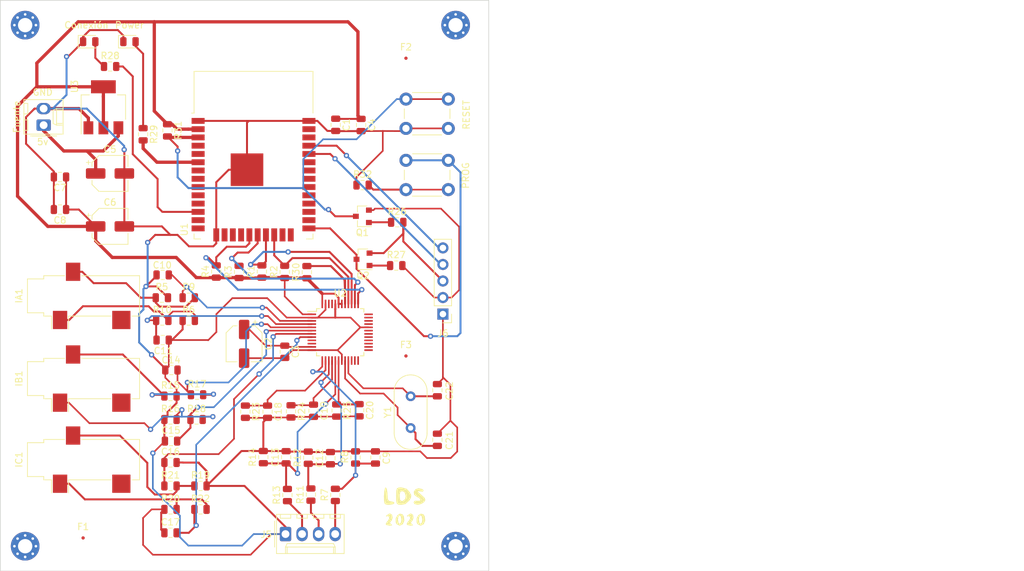
<source format=kicad_pcb>
(kicad_pcb (version 20171130) (host pcbnew "(5.1.5)-3")
  (title_block (title "ENERGY METER") (date 18/5/2020) (rev 12/6/2020) (company "Del Sancio Leonardo") (comment 1 "Rev Alumno: Yapura Alberto") (comment 2 "Rev Docente: Diego Brengi"))
  (layers (0 Top signal) (31 Bottom signal) (34 B.Paste user) (35 F.Paste user) (36 B.SilkS user) (37 F.SilkS user) (38 B.Mask user hide) (39 F.Mask user) (44 Edge.Cuts user))
  (net 0 "")
  (net 1 GND)
  (net 2 +3V3)
  (net 3 "Net-(C2-Pad1)")
  (net 4 +5V)
  (net 5 "Net-(C18-Pad1)")
  (net 6 "Net-(C19-Pad1)")
  (net 7 "Net-(C20-Pad1)")
  (net 8 "Net-(C21-Pad1)")
  (net 9 "Net-(C22-Pad1)")
  (net 10 /CONFIGURACION/IA-)
  (net 11 "Net-(J6-Pad2)")
  (net 12 "Net-(J6-Pad3)")
  (net 13 /RX)
  (net 14 /TX)
  (net 15 /ENABLE)
  (net 16 "Net-(Q1-Pad1)")
  (net 17 "Net-(Q2-Pad1)")
  (net 18 /IDO)
  (net 19 /CONFIGURACION/IA+)
  (net 20 /CONFIGURACION/IB+)
  (net 21 /CONFIGURACION/IB-)
  (net 22 /CONFIGURACION/IC+)
  (net 23 /CONFIGURACION/IC-)
  (net 24 "Net-(U1-Pad4)")
  (net 25 "Net-(U1-Pad5)")
  (net 26 "Net-(U1-Pad7)")
  (net 27 "Net-(U1-Pad8)")
  (net 28 "Net-(U1-Pad9)")
  (net 29 "Net-(U1-Pad10)")
  (net 30 "Net-(U1-Pad11)")
  (net 31 "Net-(U1-Pad13)")
  (net 32 "Net-(U1-Pad14)")
  (net 33 "Net-(U1-Pad16)")
  (net 34 "Net-(U1-Pad17)")
  (net 35 "Net-(U1-Pad18)")
  (net 36 "Net-(U1-Pad23)")
  (net 37 "Net-(U1-Pad24)")
  (net 38 "Net-(U1-Pad26)")
  (net 39 "Net-(U1-Pad27)")
  (net 40 "Net-(U1-Pad28)")
  (net 41 "Net-(U1-Pad29)")
  (net 42 "Net-(U1-Pad30)")
  (net 43 "Net-(U1-Pad31)")
  (net 44 "Net-(U1-Pad32)")
  (net 45 "Net-(U1-Pad33)")
  (net 46 "Net-(U1-Pad36)")
  (net 47 "Net-(U1-Pad37)")
  (net 48 "Net-(IA1-PadT)")
  (net 49 "Net-(IB1-PadT)")
  (net 50 "Net-(R28-Pad2)")
  (net 51 "Net-(R29-Pad2)")
  (net 52 "Net-(R32-Pad2)")
  (net 53 "Net-(J5-Pad2)")
  (net 54 "Net-(J5-Pad3)")
  (net 55 "Net-(J5-Pad4)")
  (net 56 "Net-(R1-Pad2)")
  (net 57 "Net-(R2-Pad2)")
  (net 58 "Net-(R3-Pad2)")
  (net 59 "Net-(R4-Pad2)")
  (net 60 "Net-(R30-Pad2)")
  (net 61 "Net-(U2-Pad9)")
  (net 62 "Net-(U2-Pad10)")
  (net 63 "Net-(U2-Pad22)")
  (net 64 "Net-(U2-Pad23)")
  (net 65 "Net-(U2-Pad24)")
  (net 66 "Net-(U2-Pad25)")
  (net 67 "Net-(U2-Pad26)")
  (net 68 "Net-(U2-Pad27)")
  (net 69 "Net-(U2-Pad28)")
  (net 70 "Net-(U2-Pad29)")
  (net 71 "Net-(U2-Pad30)")
  (net 72 "Net-(U2-Pad31)")
  (net 73 "Net-(U2-Pad33)")
  (net 74 "Net-(U2-Pad34)")
  (net 75 "Net-(U2-Pad35)")
  (net 76 "Net-(U2-Pad36)")
  (net 77 "Net-(U2-Pad45)")
  (net 78 "Net-(U2-Pad46)")
  (net 79 "Net-(IC1-PadT)")
  (net 80 "Net-(LED1-Pad2)")
  (net 81 "Net-(LED2-Pad2)")
  (net 82 /VAP)
  (net 83 /IAP)
  (net 84 /IAN)
  (net 85 /VBP)
  (net 86 /VCP)
  (net 87 /IBP)
  (net 88 /IBN)
  (net 89 /ICP)
  (net 90 /ICN)
  (module RF_Module:ESP32-WROOM-32 (layer Top) (at 116.444 79.436)
    (fp_text reference U1 (at -10.61 8.43 90) (layer F.SilkS))
    (fp_text value ESP32-WROOM-32D)
    (pad 39 smd rect (at -1 -0.755) (size 5 5) (layers Top F.Paste F.Mask) (net 1 GND))
    (pad 1 smd rect (at -8.5 -8.255) (size 2 0.9) (layers Top F.Paste F.Mask) (net 1 GND))
    (pad 2 smd rect (at -8.5 -6.985) (size 2 0.9) (layers Top F.Paste F.Mask) (net 2 +3V3))
    (pad 3 smd rect (at -8.5 -5.715) (size 2 0.9) (layers Top F.Paste F.Mask) (net 15 /ENABLE))
    (pad 4 smd rect (at -8.5 -4.445) (size 2 0.9) (layers Top F.Paste F.Mask) (net 24 "Net-(U1-Pad4)"))
    (pad 5 smd rect (at -8.5 -3.175) (size 2 0.9) (layers Top F.Paste F.Mask) (net 25 "Net-(U1-Pad5)"))
    (pad 6 smd rect (at -8.5 -1.905) (size 2 0.9) (layers Top F.Paste F.Mask) (net 51 "Net-(R29-Pad2)"))
    (pad 7 smd rect (at -8.5 -0.635) (size 2 0.9) (layers Top F.Paste F.Mask) (net 26 "Net-(U1-Pad7)"))
    (pad 8 smd rect (at -8.5 0.635) (size 2 0.9) (layers Top F.Paste F.Mask) (net 27 "Net-(U1-Pad8)"))
    (pad 9 smd rect (at -8.5 1.905) (size 2 0.9) (layers Top F.Paste F.Mask) (net 28 "Net-(U1-Pad9)"))
    (pad 10 smd rect (at -8.5 3.175) (size 2 0.9) (layers Top F.Paste F.Mask) (net 29 "Net-(U1-Pad10)"))
    (pad 11 smd rect (at -8.5 4.445) (size 2 0.9) (layers Top F.Paste F.Mask) (net 30 "Net-(U1-Pad11)"))
    (pad 12 smd rect (at -8.5 5.715) (size 2 0.9) (layers Top F.Paste F.Mask) (net 50 "Net-(R28-Pad2)"))
    (pad 13 smd rect (at -8.5 6.985) (size 2 0.9) (layers Top F.Paste F.Mask) (net 31 "Net-(U1-Pad13)"))
    (pad 14 smd rect (at -8.5 8.255) (size 2 0.9) (layers Top F.Paste F.Mask) (net 32 "Net-(U1-Pad14)"))
    (pad 15 smd rect (at -5.715 9.255 90) (size 2 0.9) (layers Top F.Paste F.Mask) (net 1 GND))
    (pad 16 smd rect (at -4.445 9.255 90) (size 2 0.9) (layers Top F.Paste F.Mask) (net 33 "Net-(U1-Pad16)"))
    (pad 17 smd rect (at -3.175 9.255 90) (size 2 0.9) (layers Top F.Paste F.Mask) (net 34 "Net-(U1-Pad17)"))
    (pad 18 smd rect (at -1.905 9.255 90) (size 2 0.9) (layers Top F.Paste F.Mask) (net 35 "Net-(U1-Pad18)"))
    (pad 19 smd rect (at -0.635 9.255 90) (size 2 0.9) (layers Top F.Paste F.Mask) (net 59 "Net-(R4-Pad2)"))
    (pad 20 smd rect (at 0.635 9.255 90) (size 2 0.9) (layers Top F.Paste F.Mask) (net 58 "Net-(R3-Pad2)"))
    (pad 21 smd rect (at 1.905 9.255 90) (size 2 0.9) (layers Top F.Paste F.Mask) (net 56 "Net-(R1-Pad2)"))
    (pad 22 smd rect (at 3.175 9.255 90) (size 2 0.9) (layers Top F.Paste F.Mask) (net 57 "Net-(R2-Pad2)"))
    (pad 23 smd rect (at 4.445 9.255 90) (size 2 0.9) (layers Top F.Paste F.Mask) (net 36 "Net-(U1-Pad23)"))
    (pad 24 smd rect (at 5.715 9.255 90) (size 2 0.9) (layers Top F.Paste F.Mask) (net 37 "Net-(U1-Pad24)"))
    (pad 25 smd rect (at 8.5 8.255) (size 2 0.9) (layers Top F.Paste F.Mask) (net 18 /IDO))
    (pad 26 smd rect (at 8.5 6.985) (size 2 0.9) (layers Top F.Paste F.Mask) (net 38 "Net-(U1-Pad26)"))
    (pad 27 smd rect (at 8.5 5.715) (size 2 0.9) (layers Top F.Paste F.Mask) (net 39 "Net-(U1-Pad27)"))
    (pad 28 smd rect (at 8.5 4.445) (size 2 0.9) (layers Top F.Paste F.Mask) (net 40 "Net-(U1-Pad28)"))
    (pad 29 smd rect (at 8.5 3.175) (size 2 0.9) (layers Top F.Paste F.Mask) (net 41 "Net-(U1-Pad29)"))
    (pad 30 smd rect (at 8.5 1.905) (size 2 0.9) (layers Top F.Paste F.Mask) (net 42 "Net-(U1-Pad30)"))
    (pad 31 smd rect (at 8.5 0.635) (size 2 0.9) (layers Top F.Paste F.Mask) (net 43 "Net-(U1-Pad31)"))
    (pad 32 smd rect (at 8.5 -0.635) (size 2 0.9) (layers Top F.Paste F.Mask) (net 44 "Net-(U1-Pad32)"))
    (pad 33 smd rect (at 8.5 -1.905) (size 2 0.9) (layers Top F.Paste F.Mask) (net 45 "Net-(U1-Pad33)"))
    (pad 34 smd rect (at 8.5 -3.175) (size 2 0.9) (layers Top F.Paste F.Mask) (net 13 /RX))
    (pad 35 smd rect (at 8.5 -4.445) (size 2 0.9) (layers Top F.Paste F.Mask) (net 14 /TX))
    (pad 36 smd rect (at 8.5 -5.715) (size 2 0.9) (layers Top F.Paste F.Mask) (net 46 "Net-(U1-Pad36)"))
    (pad 37 smd rect (at 8.5 -6.985) (size 2 0.9) (layers Top F.Paste F.Mask) (net 47 "Net-(U1-Pad37)"))
    (pad 38 smd rect (at 8.5 -8.255) (size 2 0.9) (layers Top F.Paste F.Mask) (net 1 GND))
  )
  (module ATM90E36_Breakout:fiuba (layer Top) (at 140.2 130.4)
    (fp_text reference G***)
    (fp_text value LOGO)
  )
  (module Crystal:Crystal_HC49-4H_Vertical (layer Top) (at 140.55 118.35 90)
    (fp_text reference Y1 (at 2.44 -3.525 90) (layer F.SilkS))
    (fp_text value 16.384MHz)
    (pad 1 thru_hole circle (at 0 0 90) (size 1.5 1.5) (drill 0.8) (layers *.Cu *.Mask) (net 8 "Net-(C21-Pad1)"))
    (pad 2 thru_hole circle (at 4.88 0 90) (size 1.5 1.5) (drill 0.8) (layers *.Cu *.Mask) (net 9 "Net-(C22-Pad1)"))
  )
  (module Package_TO_SOT_SMD:SOT-223-3_TabPin2 (layer Top) (at 93.412 69.096 90)
    (fp_text reference U3 (at 3.196 -4.412 90) (layer F.SilkS))
    (fp_text value LD1117S18TR_SOT223)
    (pad 2 smd rect (at 3.15 0 90) (size 2 3.8) (layers Top F.Paste F.Mask) (net 2 +3V3))
    (pad 2 smd rect (at -3.15 0 90) (size 2 1.5) (layers Top F.Paste F.Mask) (net 2 +3V3))
    (pad 3 smd rect (at -3.15 2.3 90) (size 2 1.5) (layers Top F.Paste F.Mask) (net 4 +5V))
    (pad 1 smd rect (at -3.15 -2.3 90) (size 2 1.5) (layers Top F.Paste F.Mask) (net 1 GND))
  )
  (module Capacitor_SMD:C_0805_2012Metric (layer Top) (at 135.15 122.8625 90)
    (fp_text reference C9 (at -0.0875 1.7 90) (layer F.SilkS))
    (fp_text value 18nF)
    (pad 1 smd roundrect (at -0.9375 0 90) (size 0.975 1.4) (layers Top F.Paste F.Mask) (net 82 /VAP))
    (pad 2 smd roundrect (at 0.9375 0 90) (size 0.975 1.4) (layers Top F.Paste F.Mask) (net 1 GND))
  )
  (module Capacitor_SMD:C_0805_2012Metric (layer Top) (at 129.05 71.7875 270)
    (fp_text reference C1 (at 0 -1.65 90) (layer F.SilkS))
    (fp_text value 100nF)
    (pad 2 smd roundrect (at 0.9375 0 270) (size 0.975 1.4) (layers Top F.Paste F.Mask) (net 1 GND))
    (pad 1 smd roundrect (at -0.9375 0 270) (size 0.975 1.4) (layers Top F.Paste F.Mask) (net 2 +3V3))
  )
  (module Capacitor_SMD:CP_Elec_5x5.3 (layer Top) (at 115.002 105.418 270)
    (fp_text reference C2 (at 0 -3.7 90) (layer F.SilkS))
    (fp_text value 10uF)
    (pad 2 smd roundrect (at 2.2 0 270) (size 3 1.6) (layers Top F.Paste F.Mask) (roundrect_rratio 0.15625) (net 1 GND))
    (pad 1 smd roundrect (at -2.2 0 270) (size 3 1.6) (layers Top F.Paste F.Mask) (roundrect_rratio 0.15625) (net 3 "Net-(C2-Pad1)"))
  )
  (module Capacitor_SMD:C_0805_2012Metric (layer Top) (at 121.244 106.636 270)
    (fp_text reference C3 (at 0 -1.65 90) (layer F.SilkS))
    (fp_text value 100nF)
    (pad 2 smd roundrect (at 0.9375 0 270) (size 0.975 1.4) (layers Top F.Paste F.Mask) (net 1 GND))
    (pad 1 smd roundrect (at -0.9375 0 270) (size 0.975 1.4) (layers Top F.Paste F.Mask) (net 3 "Net-(C2-Pad1)"))
  )
  (module Capacitor_SMD:C_0805_2012Metric (layer Top) (at 132.95 71.8125 270)
    (fp_text reference C4 (at 0 -1.65 90) (layer F.SilkS))
    (fp_text value 100nF)
    (pad 1 smd roundrect (at -0.9375 0 270) (size 0.975 1.4) (layers Top F.Paste F.Mask) (net 2 +3V3))
    (pad 2 smd roundrect (at 0.9375 0 270) (size 0.975 1.4) (layers Top F.Paste F.Mask) (net 1 GND))
  )
  (module Capacitor_SMD:CP_Elec_5x5.3 (layer Top) (at 94.428 79.256)
    (fp_text reference C5 (at 0 -3.7) (layer F.SilkS))
    (fp_text value 10uF)
    (pad 2 smd roundrect (at 2.2 0) (size 3 1.6) (layers Top F.Paste F.Mask) (roundrect_rratio 0.15625) (net 1 GND))
    (pad 1 smd roundrect (at -2.2 0) (size 3 1.6) (layers Top F.Paste F.Mask) (roundrect_rratio 0.15625) (net 4 +5V))
  )
  (module Capacitor_SMD:CP_Elec_5x5.3 (layer Top) (at 94.428 87.384)
    (fp_text reference C6 (at 0 -3.7) (layer F.SilkS))
    (fp_text value 10uF)
    (pad 1 smd roundrect (at -2.2 0) (size 3 1.6) (layers Top F.Paste F.Mask) (roundrect_rratio 0.15625) (net 2 +3V3))
    (pad 2 smd roundrect (at 2.2 0) (size 3 1.6) (layers Top F.Paste F.Mask) (roundrect_rratio 0.15625) (net 1 GND))
  )
  (module Capacitor_SMD:C_0805_2012Metric (layer Top) (at 86.752 79.796 180)
    (fp_text reference C7 (at 0 -1.65) (layer F.SilkS))
    (fp_text value 100nF)
    (pad 1 smd roundrect (at -0.9375 0 180) (size 0.975 1.4) (layers Top F.Paste F.Mask) (net 2 +3V3))
    (pad 2 smd roundrect (at 0.9375 0 180) (size 0.975 1.4) (layers Top F.Paste F.Mask) (net 1 GND))
  )
  (module Capacitor_SMD:C_0805_2012Metric (layer Top) (at 86.752 84.796 180)
    (fp_text reference C8 (at 0 -1.65) (layer F.SilkS))
    (fp_text value 47nF)
    (pad 2 smd roundrect (at 0.9375 0 180) (size 0.975 1.4) (layers Top F.Paste F.Mask) (net 1 GND))
    (pad 1 smd roundrect (at -0.9375 0 180) (size 0.975 1.4) (layers Top F.Paste F.Mask) (net 2 +3V3))
  )
  (module Capacitor_SMD:C_0805_2012Metric (layer Top) (at 102.5065 94.836 180)
    (fp_text reference C10 (at 0.0625 1.5) (layer F.SilkS))
    (fp_text value 18nF)
    (pad 1 smd roundrect (at -0.9375 0 180) (size 0.975 1.4) (layers Top F.Paste F.Mask) (net 83 /IAP))
    (pad 2 smd roundrect (at 0.9375 0 180) (size 0.975 1.4) (layers Top F.Paste F.Mask) (net 1 GND))
  )
  (module Capacitor_SMD:C_0805_2012Metric (layer Top) (at 102.5065 104.836 180)
    (fp_text reference C11 (at -0.0935 -1.65) (layer F.SilkS))
    (fp_text value 18nF)
    (pad 1 smd roundrect (at -0.9375 0 180) (size 0.975 1.4) (layers Top F.Paste F.Mask) (net 1 GND))
    (pad 2 smd roundrect (at 0.9375 0 180) (size 0.975 1.4) (layers Top F.Paste F.Mask) (net 84 /IAN))
  )
  (module Capacitor_SMD:C_0805_2012Metric (layer Top) (at 128.244 122.9735 90)
    (fp_text reference C12 (at 0 -1.65 90) (layer F.SilkS))
    (fp_text value 18nF)
    (pad 2 smd roundrect (at 0.9375 0 90) (size 0.975 1.4) (layers Top F.Paste F.Mask) (net 1 GND))
    (pad 1 smd roundrect (at -0.9375 0 90) (size 0.975 1.4) (layers Top F.Paste F.Mask) (net 85 /VBP))
  )
  (module Capacitor_SMD:C_0805_2012Metric (layer Top) (at 121.444 122.836 90)
    (fp_text reference C13 (at 0 -1.65 90) (layer F.SilkS))
    (fp_text value 18nF)
    (pad 1 smd roundrect (at -0.9375 0 90) (size 0.975 1.4) (layers Top F.Paste F.Mask) (net 86 /VCP))
    (pad 2 smd roundrect (at 0.9375 0 90) (size 0.975 1.4) (layers Top F.Paste F.Mask) (net 1 GND))
  )
  (module Capacitor_SMD:C_0805_2012Metric (layer Top) (at 103.844 109.436 180)
    (fp_text reference C14 (at 0.044 1.536) (layer F.SilkS))
    (fp_text value 18nF)
    (pad 2 smd roundrect (at 0.9375 0 180) (size 0.975 1.4) (layers Top F.Paste F.Mask) (net 1 GND))
    (pad 1 smd roundrect (at -0.9375 0 180) (size 0.975 1.4) (layers Top F.Paste F.Mask) (net 87 /IBP))
  )
  (module Capacitor_SMD:C_0805_2012Metric (layer Top) (at 103.7875 120.35)
    (fp_text reference C15 (at 0 -1.65) (layer F.SilkS))
    (fp_text value 18nF)
    (pad 2 smd roundrect (at 0.9375 0) (size 0.975 1.4) (layers Top F.Paste F.Mask) (net 88 /IBN))
    (pad 1 smd roundrect (at -0.9375 0) (size 0.975 1.4) (layers Top F.Paste F.Mask) (net 1 GND))
  )
  (module Capacitor_SMD:C_0805_2012Metric (layer Top) (at 103.7065 123.636)
    (fp_text reference C16 (at 0 -1.65) (layer F.SilkS))
    (fp_text value 18nF)
    (pad 2 smd roundrect (at 0.9375 0) (size 0.975 1.4) (layers Top F.Paste F.Mask) (net 1 GND))
    (pad 1 smd roundrect (at -0.9375 0) (size 0.975 1.4) (layers Top F.Paste F.Mask) (net 89 /ICP))
  )
  (module Capacitor_SMD:C_0805_2012Metric (layer Top) (at 103.7065 134.436)
    (fp_text reference C17 (at 0 -1.65) (layer F.SilkS))
    (fp_text value 18nF)
    (pad 1 smd roundrect (at -0.9375 0) (size 0.975 1.4) (layers Top F.Paste F.Mask) (net 1 GND))
    (pad 2 smd roundrect (at 0.9375 0) (size 0.975 1.4) (layers Top F.Paste F.Mask) (net 90 /ICN))
  )
  (module Capacitor_SMD:C_0805_2012Metric (layer Top) (at 118.6 115.8375 270)
    (fp_text reference C18 (at 0 -1.65 90) (layer F.SilkS))
    (fp_text value 18nF)
    (pad 1 smd roundrect (at -0.9375 0 270) (size 0.975 1.4) (layers Top F.Paste F.Mask) (net 5 "Net-(C18-Pad1)"))
    (pad 2 smd roundrect (at 0.9375 0 270) (size 0.975 1.4) (layers Top F.Paste F.Mask) (net 1 GND))
  )
  (module Capacitor_SMD:C_0805_2012Metric (layer Top) (at 125.65 115.6875 270)
    (fp_text reference C19 (at 0 -1.65 90) (layer F.SilkS))
    (fp_text value 18nF)
    (pad 1 smd roundrect (at -0.9375 0 270) (size 0.975 1.4) (layers Top F.Paste F.Mask) (net 6 "Net-(C19-Pad1)"))
    (pad 2 smd roundrect (at 0.9375 0 270) (size 0.975 1.4) (layers Top F.Paste F.Mask) (net 1 GND))
  )
  (module Capacitor_SMD:C_0805_2012Metric (layer Top) (at 132.65 115.6125 270)
    (fp_text reference C20 (at 0 -1.65 90) (layer F.SilkS))
    (fp_text value 18nF)
    (pad 1 smd roundrect (at -0.9375 0 270) (size 0.975 1.4) (layers Top F.Paste F.Mask) (net 7 "Net-(C20-Pad1)"))
    (pad 2 smd roundrect (at 0.9375 0 270) (size 0.975 1.4) (layers Top F.Paste F.Mask) (net 1 GND))
  )
  (module Capacitor_SMD:C_0805_2012Metric (layer Top) (at 144.65 120.15 90)
    (fp_text reference C21 (at -0.1 1.85 90) (layer F.SilkS))
    (fp_text value 22pF)
    (pad 2 smd roundrect (at 0.9375 0 90) (size 0.975 1.4) (layers Top F.Paste F.Mask) (net 1 GND))
    (pad 1 smd roundrect (at -0.9375 0 90) (size 0.975 1.4) (layers Top F.Paste F.Mask) (net 8 "Net-(C21-Pad1)"))
  )
  (module Capacitor_SMD:C_0805_2012Metric (layer Top) (at 144.65 112.5375 90)
    (fp_text reference C22 (at -0.1125 1.85 90) (layer F.SilkS))
    (fp_text value 22pF)
    (pad 2 smd roundrect (at 0.9375 0 90) (size 0.975 1.4) (layers Top F.Paste F.Mask) (net 1 GND))
    (pad 1 smd roundrect (at -0.9375 0 90) (size 0.975 1.4) (layers Top F.Paste F.Mask) (net 9 "Net-(C22-Pad1)"))
  )
  (module Connector_Audio:Jack_3.5mm_CUI_SJ-3523-SMT_Horizontal (layer Top) (at 90.364 98.052 90)
    (fp_text reference IA1 (at 0 -9.9 90) (layer F.SilkS))
    (fp_text value "Corriente A")
    (pad R smd rect (at 3.7 -1.6 90) (size 2.8 2.2) (layers Top F.Paste F.Mask) (net 19 /CONFIGURACION/IA+))
    (pad S smd rect (at -3.7 -3.6 90) (size 2.8 2.2) (layers Top F.Paste F.Mask) (net 10 /CONFIGURACION/IA-))
    (pad T smd rect (at -3.7 5.8 90) (size 2.8 2.8) (layers Top F.Paste F.Mask) (net 48 "Net-(IA1-PadT)"))
    (pad "" np_thru_hole circle (at 0 -2.5 90) (size 1.7 1.7) (drill 1.7) (layers *.Cu *.Mask))
    (pad "" np_thru_hole circle (at 0 4.5 90) (size 1.7 1.7) (drill 1.7) (layers *.Cu *.Mask))
  )
  (module Connector_Audio:Jack_3.5mm_CUI_SJ-3523-SMT_Horizontal (layer Top) (at 90.364 110.752 90)
    (fp_text reference IB1 (at 0 -9.9 90) (layer F.SilkS))
    (fp_text value "Corriente B")
    (pad "" np_thru_hole circle (at 0 4.5 90) (size 1.7 1.7) (drill 1.7) (layers *.Cu *.Mask))
    (pad "" np_thru_hole circle (at 0 -2.5 90) (size 1.7 1.7) (drill 1.7) (layers *.Cu *.Mask))
    (pad T smd rect (at -3.7 5.8 90) (size 2.8 2.8) (layers Top F.Paste F.Mask) (net 49 "Net-(IB1-PadT)"))
    (pad S smd rect (at -3.7 -3.6 90) (size 2.8 2.2) (layers Top F.Paste F.Mask) (net 21 /CONFIGURACION/IB-))
    (pad R smd rect (at 3.7 -1.6 90) (size 2.8 2.2) (layers Top F.Paste F.Mask) (net 20 /CONFIGURACION/IB+))
  )
  (module Package_QFP:TQFP-48_7x7mm_P0.5mm (layer Top) (at 129.744 103.636)
    (fp_text reference U2 (at 0 -6) (layer F.SilkS))
    (fp_text value ATM90E36)
    (pad 1 smd rect (at -4.35 -2.75) (size 1.3 0.25) (layers Top F.Paste F.Mask) (net 2 +3V3))
    (pad 2 smd rect (at -4.35 -2.25) (size 1.3 0.25) (layers Top F.Paste F.Mask) (net 1 GND))
    (pad 3 smd rect (at -4.35 -1.75) (size 1.3 0.25) (layers Top F.Paste F.Mask) (net 83 /IAP))
    (pad 4 smd rect (at -4.35 -1.25) (size 1.3 0.25) (layers Top F.Paste F.Mask) (net 84 /IAN))
    (pad 5 smd rect (at -4.35 -0.75) (size 1.3 0.25) (layers Top F.Paste F.Mask) (net 87 /IBP))
    (pad 6 smd rect (at -4.35 -0.25) (size 1.3 0.25) (layers Top F.Paste F.Mask) (net 88 /IBN))
    (pad 7 smd rect (at -4.35 0.25) (size 1.3 0.25) (layers Top F.Paste F.Mask) (net 89 /ICP))
    (pad 8 smd rect (at -4.35 0.75) (size 1.3 0.25) (layers Top F.Paste F.Mask) (net 90 /ICN))
    (pad 9 smd rect (at -4.35 1.25) (size 1.3 0.25) (layers Top F.Paste F.Mask) (net 61 "Net-(U2-Pad9)"))
    (pad 10 smd rect (at -4.35 1.75) (size 1.3 0.25) (layers Top F.Paste F.Mask) (net 62 "Net-(U2-Pad10)"))
    (pad 11 smd rect (at -4.35 2.25) (size 1.3 0.25) (layers Top F.Paste F.Mask) (net 3 "Net-(C2-Pad1)"))
    (pad 12 smd rect (at -4.35 2.75) (size 1.3 0.25) (layers Top F.Paste F.Mask) (net 1 GND))
    (pad 13 smd rect (at -2.75 4.35 90) (size 1.3 0.25) (layers Top F.Paste F.Mask) (net 82 /VAP))
    (pad 14 smd rect (at -2.25 4.35 90) (size 1.3 0.25) (layers Top F.Paste F.Mask) (net 5 "Net-(C18-Pad1)"))
    (pad 15 smd rect (at -1.75 4.35 90) (size 1.3 0.25) (layers Top F.Paste F.Mask) (net 85 /VBP))
    (pad 16 smd rect (at -1.25 4.35 90) (size 1.3 0.25) (layers Top F.Paste F.Mask) (net 6 "Net-(C19-Pad1)"))
    (pad 17 smd rect (at -0.75 4.35 90) (size 1.3 0.25) (layers Top F.Paste F.Mask) (net 86 /VCP))
    (pad 18 smd rect (at -0.25 4.35 90) (size 1.3 0.25) (layers Top F.Paste F.Mask) (net 7 "Net-(C20-Pad1)"))
    (pad 19 smd rect (at 0.25 4.35 90) (size 1.3 0.25) (layers Top F.Paste F.Mask) (net 1 GND))
    (pad 20 smd rect (at 0.75 4.35 90) (size 1.3 0.25) (layers Top F.Paste F.Mask) (net 8 "Net-(C21-Pad1)"))
    (pad 21 smd rect (at 1.25 4.35 90) (size 1.3 0.25) (layers Top F.Paste F.Mask) (net 9 "Net-(C22-Pad1)"))
    (pad 22 smd rect (at 1.75 4.35 90) (size 1.3 0.25) (layers Top F.Paste F.Mask) (net 63 "Net-(U2-Pad22)"))
    (pad 23 smd rect (at 2.25 4.35 90) (size 1.3 0.25) (layers Top F.Paste F.Mask) (net 64 "Net-(U2-Pad23)"))
    (pad 24 smd rect (at 2.75 4.35 90) (size 1.3 0.25) (layers Top F.Paste F.Mask) (net 65 "Net-(U2-Pad24)"))
    (pad 25 smd rect (at 4.35 2.75) (size 1.3 0.25) (layers Top F.Paste F.Mask) (net 66 "Net-(U2-Pad25)"))
    (pad 26 smd rect (at 4.35 2.25) (size 1.3 0.25) (layers Top F.Paste F.Mask) (net 67 "Net-(U2-Pad26)"))
    (pad 27 smd rect (at 4.35 1.75) (size 1.3 0.25) (layers Top F.Paste F.Mask) (net 68 "Net-(U2-Pad27)"))
    (pad 28 smd rect (at 4.35 1.25) (size 1.3 0.25) (layers Top F.Paste F.Mask) (net 69 "Net-(U2-Pad28)"))
    (pad 29 smd rect (at 4.35 0.75) (size 1.3 0.25) (layers Top F.Paste F.Mask) (net 70 "Net-(U2-Pad29)"))
    (pad 30 smd rect (at 4.35 0.25) (size 1.3 0.25) (layers Top F.Paste F.Mask) (net 71 "Net-(U2-Pad30)"))
    (pad 31 smd rect (at 4.35 -0.25) (size 1.3 0.25) (layers Top F.Paste F.Mask) (net 72 "Net-(U2-Pad31)"))
    (pad 32 smd rect (at 4.35 -0.75) (size 1.3 0.25) (layers Top F.Paste F.Mask) (net 1 GND))
    (pad 33 smd rect (at 4.35 -1.25) (size 1.3 0.25) (layers Top F.Paste F.Mask) (net 73 "Net-(U2-Pad33)"))
    (pad 34 smd rect (at 4.35 -1.75) (size 1.3 0.25) (layers Top F.Paste F.Mask) (net 74 "Net-(U2-Pad34)"))
    (pad 35 smd rect (at 4.35 -2.25) (size 1.3 0.25) (layers Top F.Paste F.Mask) (net 75 "Net-(U2-Pad35)"))
    (pad 36 smd rect (at 4.35 -2.75) (size 1.3 0.25) (layers Top F.Paste F.Mask) (net 76 "Net-(U2-Pad36)"))
    (pad 37 smd rect (at 2.75 -4.35 90) (size 1.3 0.25) (layers Top F.Paste F.Mask) (net 59 "Net-(R4-Pad2)"))
    (pad 38 smd rect (at 2.25 -4.35 90) (size 1.3 0.25) (layers Top F.Paste F.Mask) (net 58 "Net-(R3-Pad2)"))
    (pad 39 smd rect (at 1.75 -4.35 90) (size 1.3 0.25) (layers Top F.Paste F.Mask) (net 56 "Net-(R1-Pad2)"))
    (pad 40 smd rect (at 1.25 -4.35 90) (size 1.3 0.25) (layers Top F.Paste F.Mask) (net 57 "Net-(R2-Pad2)"))
    (pad 41 smd rect (at 0.75 -4.35 90) (size 1.3 0.25) (layers Top F.Paste F.Mask) (net 60 "Net-(R30-Pad2)"))
    (pad 42 smd rect (at 0.25 -4.35 90) (size 1.3 0.25) (layers Top F.Paste F.Mask) (net 2 +3V3))
    (pad 43 smd rect (at -0.25 -4.35 90) (size 1.3 0.25) (layers Top F.Paste F.Mask) (net 2 +3V3))
    (pad 44 smd rect (at -0.75 -4.35 90) (size 1.3 0.25) (layers Top F.Paste F.Mask) (net 1 GND))
    (pad 45 smd rect (at -1.25 -4.35 90) (size 1.3 0.25) (layers Top F.Paste F.Mask) (net 77 "Net-(U2-Pad45)"))
    (pad 46 smd rect (at -1.75 -4.35 90) (size 1.3 0.25) (layers Top F.Paste F.Mask) (net 78 "Net-(U2-Pad46)"))
    (pad 47 smd rect (at -2.25 -4.35 90) (size 1.3 0.25) (layers Top F.Paste F.Mask) (net 1 GND))
    (pad 48 smd rect (at -2.75 -4.35 90) (size 1.3 0.25) (layers Top F.Paste F.Mask) (net 2 +3V3))
  )
  (module Connector_Audio:Jack_3.5mm_CUI_SJ-3523-SMT_Horizontal (layer Top) (at 90.364 123.198 90)
    (fp_text reference IC1 (at 0 -9.9 90) (layer F.SilkS))
    (fp_text value "Corriente C")
    (pad R smd rect (at 3.7 -1.6 90) (size 2.8 2.2) (layers Top F.Paste F.Mask) (net 22 /CONFIGURACION/IC+))
    (pad S smd rect (at -3.7 -3.6 90) (size 2.8 2.2) (layers Top F.Paste F.Mask) (net 23 /CONFIGURACION/IC-))
    (pad T smd rect (at -3.7 5.8 90) (size 2.8 2.8) (layers Top F.Paste F.Mask) (net 79 "Net-(IC1-PadT)"))
    (pad "" np_thru_hole circle (at 0 -2.5 90) (size 1.7 1.7) (drill 1.7) (layers *.Cu *.Mask))
    (pad "" np_thru_hole circle (at 0 4.5 90) (size 1.7 1.7) (drill 1.7) (layers *.Cu *.Mask))
  )
  (module Connector_Molex:Molex_KK-254_AE-6410-02A_1x02_P2.54mm_Vertical (layer Top) (at 84.244 71.836 90)
    (fp_text reference CON1 hide)
    (fp_text value Fuente (at 1.27 -4.104 90) (layer F.SilkS))
    (pad 1 thru_hole roundrect (at 0 0 90) (size 1.74 2.2) (drill 1.2) (layers *.Cu *.Mask) (roundrect_rratio 0.143678) (net 4 +5V))
    (pad 2 thru_hole oval (at 2.54 0 90) (size 1.74 2.2) (drill 1.2) (layers *.Cu *.Mask) (net 1 GND))
  )
  (module Connector_Molex:Molex_KK-254_AE-6410-04A_1x04_P2.54mm_Vertical (layer Top) (at 121.352 134.628)
    (fp_text reference J5 (at -2.952 0.072) (layer F.SilkS))
    (fp_text value TENSION)
    (pad 1 thru_hole roundrect (at 0 0) (size 1.74 2.2) (drill 1.2) (layers *.Cu *.Mask) (roundrect_rratio 0.143678) (net 1 GND))
    (pad 2 thru_hole oval (at 2.54 0) (size 1.74 2.2) (drill 1.2) (layers *.Cu *.Mask) (net 53 "Net-(J5-Pad2)"))
    (pad 3 thru_hole oval (at 5.08 0) (size 1.74 2.2) (drill 1.2) (layers *.Cu *.Mask) (net 54 "Net-(J5-Pad3)"))
    (pad 4 thru_hole oval (at 7.62 0) (size 1.74 2.2) (drill 1.2) (layers *.Cu *.Mask) (net 55 "Net-(J5-Pad4)"))
  )
  (module Connector_PinHeader_2.54mm:PinHeader_1x05_P2.54mm_Vertical (layer Top) (at 145.5 100.85 180)
    (fp_text reference J6 (at 0 -2.95) (layer F.SilkS))
    (fp_text value PROGRAMACION)
    (pad 1 thru_hole rect (at 0 0 180) (size 1.7 1.7) (drill 1) (layers *.Cu *.Mask) (net 1 GND))
    (pad 2 thru_hole oval (at 0 2.54 180) (size 1.7 1.7) (drill 1) (layers *.Cu *.Mask) (net 11 "Net-(J6-Pad2)"))
    (pad 3 thru_hole oval (at 0 5.08 180) (size 1.7 1.7) (drill 1) (layers *.Cu *.Mask) (net 12 "Net-(J6-Pad3)"))
    (pad 4 thru_hole oval (at 0 7.62 180) (size 1.7 1.7) (drill 1) (layers *.Cu *.Mask) (net 13 /RX))
    (pad 5 thru_hole oval (at 0 10.16 180) (size 1.7 1.7) (drill 1) (layers *.Cu *.Mask) (net 14 /TX))
  )
  (module Package_TO_SOT_SMD:SOT-23 (layer Top) (at 133.144 85.836 180)
    (fp_text reference Q1 (at 0 -2.5) (layer F.SilkS))
    (fp_text value BC817)
    (pad 3 smd rect (at 1 0 180) (size 0.9 0.8) (layers Top F.Paste F.Mask) (net 15 /ENABLE))
    (pad 2 smd rect (at -1 0.95 180) (size 0.9 0.8) (layers Top F.Paste F.Mask) (net 11 "Net-(J6-Pad2)"))
    (pad 1 smd rect (at -1 -0.95 180) (size 0.9 0.8) (layers Top F.Paste F.Mask) (net 16 "Net-(Q1-Pad1)"))
  )
  (module Package_TO_SOT_SMD:SOT-23 (layer Top) (at 133.244 92.436 180)
    (fp_text reference Q2 (at 0 -2.5) (layer F.SilkS))
    (fp_text value BC817)
    (pad 1 smd rect (at -1 -0.95 180) (size 0.9 0.8) (layers Top F.Paste F.Mask) (net 17 "Net-(Q2-Pad1)"))
    (pad 2 smd rect (at -1 0.95 180) (size 0.9 0.8) (layers Top F.Paste F.Mask) (net 12 "Net-(J6-Pad3)"))
    (pad 3 smd rect (at 1 0 180) (size 0.9 0.8) (layers Top F.Paste F.Mask) (net 18 /IDO))
  )
  (module Resistor_SMD:R_0805_2012Metric (layer Top) (at 117.728 94.3115 90)
    (fp_text reference R1 (at 0 -1.65 90) (layer F.SilkS))
    (fp_text value 10K)
    (pad 2 smd roundrect (at 0.9375 0 90) (size 0.975 1.4) (layers Top F.Paste F.Mask) (net 56 "Net-(R1-Pad2)"))
    (pad 1 smd roundrect (at -0.9375 0 90) (size 0.975 1.4) (layers Top F.Paste F.Mask) (net 2 +3V3))
  )
  (module Resistor_SMD:R_0805_2012Metric (layer Top) (at 121.228 94.374 90)
    (fp_text reference R2 (at 0 -1.65 90) (layer F.SilkS))
    (fp_text value 10K)
    (pad 1 smd roundrect (at -0.9375 0 90) (size 0.975 1.4) (layers Top F.Paste F.Mask) (net 2 +3V3))
    (pad 2 smd roundrect (at 0.9375 0 90) (size 0.975 1.4) (layers Top F.Paste F.Mask) (net 57 "Net-(R2-Pad2)"))
  )
  (module Resistor_SMD:R_0805_2012Metric (layer Top) (at 114.228 94.374 90)
    (fp_text reference R3 (at 0 -1.65 90) (layer F.SilkS))
    (fp_text value 10K)
    (pad 2 smd roundrect (at 0.9375 0 90) (size 0.975 1.4) (layers Top F.Paste F.Mask) (net 58 "Net-(R3-Pad2)"))
    (pad 1 smd roundrect (at -0.9375 0 90) (size 0.975 1.4) (layers Top F.Paste F.Mask) (net 2 +3V3))
  )
  (module Resistor_SMD:R_0805_2012Metric (layer Top) (at 110.728 94.3115 90)
    (fp_text reference R4 (at 0 -1.65 90) (layer F.SilkS))
    (fp_text value 10K)
    (pad 1 smd roundrect (at -0.9375 0 90) (size 0.975 1.4) (layers Top F.Paste F.Mask) (net 2 +3V3))
    (pad 2 smd roundrect (at 0.9375 0 90) (size 0.975 1.4) (layers Top F.Paste F.Mask) (net 59 "Net-(R4-Pad2)"))
  )
  (module Resistor_SMD:R_0805_2012Metric (layer Top) (at 102.3815 98.336)
    (fp_text reference R5 (at 0 -1.65) (layer F.SilkS))
    (fp_text value 2.4)
    (pad 1 smd roundrect (at -0.9375 0) (size 0.975 1.4) (layers Top F.Paste F.Mask) (net 19 /CONFIGURACION/IA+))
    (pad 2 smd roundrect (at 0.9375 0) (size 0.975 1.4) (layers Top F.Paste F.Mask) (net 1 GND))
  )
  (module Resistor_SMD:R_0805_2012Metric (layer Top) (at 106.5065 101.836)
    (fp_text reference R6 (at 0 -1.65) (layer F.SilkS))
    (fp_text value 2.4)
    (pad 2 smd roundrect (at 0.9375 0) (size 0.975 1.4) (layers Top F.Paste F.Mask) (net 10 /CONFIGURACION/IA-))
    (pad 1 smd roundrect (at -0.9375 0) (size 0.975 1.4) (layers Top F.Paste F.Mask) (net 1 GND))
  )
  (module Resistor_SMD:R_0805_2012Metric (layer Top) (at 129 128.6125 90)
    (fp_text reference R7 (at 0 -1.65 90) (layer F.SilkS))
    (fp_text value 100K)
    (pad 1 smd roundrect (at -0.9375 0 90) (size 0.975 1.4) (layers Top F.Paste F.Mask) (net 55 "Net-(J5-Pad4)"))
    (pad 2 smd roundrect (at 0.9375 0 90) (size 0.975 1.4) (layers Top F.Paste F.Mask) (net 82 /VAP))
  )
  (module Resistor_SMD:R_0805_2012Metric (layer Top) (at 132.1 122.8625 270)
    (fp_text reference R8 (at -0.0625 1.65 90) (layer F.SilkS))
    (fp_text value 1K)
    (pad 2 smd roundrect (at 0.9375 0 270) (size 0.975 1.4) (layers Top F.Paste F.Mask) (net 82 /VAP))
    (pad 1 smd roundrect (at -0.9375 0 270) (size 0.975 1.4) (layers Top F.Paste F.Mask) (net 1 GND))
  )
  (module Resistor_SMD:R_0805_2012Metric (layer Top) (at 106.5065 98.336)
    (fp_text reference R9 (at 0 -1.65) (layer F.SilkS))
    (fp_text value 1K)
    (pad 1 smd roundrect (at -0.9375 0) (size 0.975 1.4) (layers Top F.Paste F.Mask) (net 83 /IAP))
    (pad 2 smd roundrect (at 0.9375 0) (size 0.975 1.4) (layers Top F.Paste F.Mask) (net 19 /CONFIGURACION/IA+))
  )
  (module Resistor_SMD:R_0805_2012Metric (layer Top) (at 102.444 101.836)
    (fp_text reference R10 (at 0 -1.65) (layer F.SilkS))
    (fp_text value 1K)
    (pad 2 smd roundrect (at 0.9375 0) (size 0.975 1.4) (layers Top F.Paste F.Mask) (net 10 /CONFIGURACION/IA-))
    (pad 1 smd roundrect (at -0.9375 0) (size 0.975 1.4) (layers Top F.Paste F.Mask) (net 84 /IAN))
  )
  (module Resistor_SMD:R_0805_2012Metric (layer Top) (at 125.25 128.5625 90)
    (fp_text reference R11 (at 0 -1.65 90) (layer F.SilkS))
    (fp_text value 100K)
    (pad 1 smd roundrect (at -0.9375 0 90) (size 0.975 1.4) (layers Top F.Paste F.Mask) (net 54 "Net-(J5-Pad3)"))
    (pad 2 smd roundrect (at 0.9375 0 90) (size 0.975 1.4) (layers Top F.Paste F.Mask) (net 85 /VBP))
  )
  (module Resistor_SMD:R_0805_2012Metric (layer Top) (at 124.844 122.8985 90)
    (fp_text reference R12 (at 0 -1.65 90) (layer F.SilkS))
    (fp_text value 1K)
    (pad 1 smd roundrect (at -0.9375 0 90) (size 0.975 1.4) (layers Top F.Paste F.Mask) (net 85 /VBP))
    (pad 2 smd roundrect (at 0.9375 0 90) (size 0.975 1.4) (layers Top F.Paste F.Mask) (net 1 GND))
  )
  (module Resistor_SMD:R_0805_2012Metric (layer Top) (at 121.644 128.636 90)
    (fp_text reference R13 (at 0 -1.65 90) (layer F.SilkS))
    (fp_text value 100K)
    (pad 1 smd roundrect (at -0.9375 0 90) (size 0.975 1.4) (layers Top F.Paste F.Mask) (net 53 "Net-(J5-Pad2)"))
    (pad 2 smd roundrect (at 0.9375 0 90) (size 0.975 1.4) (layers Top F.Paste F.Mask) (net 86 /VCP))
  )
  (module Resistor_SMD:R_0805_2012Metric (layer Top) (at 117.95 122.8125 90)
    (fp_text reference R14 (at 0 -1.65 90) (layer F.SilkS))
    (fp_text value 1K)
    (pad 2 smd roundrect (at 0.9375 0 90) (size 0.975 1.4) (layers Top F.Paste F.Mask) (net 1 GND))
    (pad 1 smd roundrect (at -0.9375 0 90) (size 0.975 1.4) (layers Top F.Paste F.Mask) (net 86 /VCP))
  )
  (module Resistor_SMD:R_0805_2012Metric (layer Top) (at 103.7065 113.436)
    (fp_text reference R15 (at 0 -1.65) (layer F.SilkS))
    (fp_text value 2.4)
    (pad 2 smd roundrect (at 0.9375 0) (size 0.975 1.4) (layers Top F.Paste F.Mask) (net 1 GND))
    (pad 1 smd roundrect (at -0.9375 0) (size 0.975 1.4) (layers Top F.Paste F.Mask) (net 20 /CONFIGURACION/IB+))
  )
  (module Resistor_SMD:R_0805_2012Metric (layer Top) (at 103.7065 117.036)
    (fp_text reference R16 (at 0 -1.65) (layer F.SilkS))
    (fp_text value 2.4)
    (pad 1 smd roundrect (at -0.9375 0) (size 0.975 1.4) (layers Top F.Paste F.Mask) (net 1 GND))
    (pad 2 smd roundrect (at 0.9375 0) (size 0.975 1.4) (layers Top F.Paste F.Mask) (net 21 /CONFIGURACION/IB-))
  )
  (module Resistor_SMD:R_0805_2012Metric (layer Top) (at 107.7815 113.236)
    (fp_text reference R17 (at 0 -1.65) (layer F.SilkS))
    (fp_text value 1K)
    (pad 1 smd roundrect (at -0.9375 0) (size 0.975 1.4) (layers Top F.Paste F.Mask) (net 87 /IBP))
    (pad 2 smd roundrect (at 0.9375 0) (size 0.975 1.4) (layers Top F.Paste F.Mask) (net 20 /CONFIGURACION/IB+))
  )
  (module Resistor_SMD:R_0805_2012Metric (layer Top) (at 107.7065 117.036)
    (fp_text reference R18 (at 0 -1.65) (layer F.SilkS))
    (fp_text value 1K)
    (pad 2 smd roundrect (at 0.9375 0) (size 0.975 1.4) (layers Top F.Paste F.Mask) (net 21 /CONFIGURACION/IB-))
    (pad 1 smd roundrect (at -0.9375 0) (size 0.975 1.4) (layers Top F.Paste F.Mask) (net 88 /IBN))
  )
  (module Resistor_SMD:R_0805_2012Metric (layer Top) (at 108.3065 127.236)
    (fp_text reference R19 (at 0 -1.65) (layer F.SilkS))
    (fp_text value 2.4)
    (pad 1 smd roundrect (at -0.9375 0) (size 0.975 1.4) (layers Top F.Paste F.Mask) (net 22 /CONFIGURACION/IC+))
    (pad 2 smd roundrect (at 0.9375 0) (size 0.975 1.4) (layers Top F.Paste F.Mask) (net 1 GND))
  )
  (module Resistor_SMD:R_0805_2012Metric (layer Top) (at 103.7065 130.836)
    (fp_text reference R20 (at 0 -1.65) (layer F.SilkS))
    (fp_text value 2.4)
    (pad 1 smd roundrect (at -0.9375 0) (size 0.975 1.4) (layers Top F.Paste F.Mask) (net 1 GND))
    (pad 2 smd roundrect (at 0.9375 0) (size 0.975 1.4) (layers Top F.Paste F.Mask) (net 23 /CONFIGURACION/IC-))
  )
  (module Resistor_SMD:R_0805_2012Metric (layer Top) (at 103.7065 127.236)
    (fp_text reference R21 (at 0 -1.65) (layer F.SilkS))
    (fp_text value 1K)
    (pad 2 smd roundrect (at 0.9375 0) (size 0.975 1.4) (layers Top F.Paste F.Mask) (net 22 /CONFIGURACION/IC+))
    (pad 1 smd roundrect (at -0.9375 0) (size 0.975 1.4) (layers Top F.Paste F.Mask) (net 89 /ICP))
  )
  (module Resistor_SMD:R_0805_2012Metric (layer Top) (at 108.3065 130.836)
    (fp_text reference R22 (at 0 -1.65) (layer F.SilkS))
    (fp_text value 1K)
    (pad 2 smd roundrect (at 0.9375 0) (size 0.975 1.4) (layers Top F.Paste F.Mask) (net 23 /CONFIGURACION/IC-))
    (pad 1 smd roundrect (at -0.9375 0) (size 0.975 1.4) (layers Top F.Paste F.Mask) (net 90 /ICN))
  )
  (module Resistor_SMD:R_0805_2012Metric (layer Top) (at 115.196 115.8375 270)
    (fp_text reference R23 (at 0 -1.65 90) (layer F.SilkS))
    (fp_text value 1K)
    (pad 2 smd roundrect (at 0.9375 0 270) (size 0.975 1.4) (layers Top F.Paste F.Mask) (net 1 GND))
    (pad 1 smd roundrect (at -0.9375 0 270) (size 0.975 1.4) (layers Top F.Paste F.Mask) (net 5 "Net-(C18-Pad1)"))
  )
  (module Resistor_SMD:R_0805_2012Metric (layer Top) (at 122.196 115.7875 270)
    (fp_text reference R24 (at 0 -1.65 90) (layer F.SilkS))
    (fp_text value 1K)
    (pad 1 smd roundrect (at -0.9375 0 270) (size 0.975 1.4) (layers Top F.Paste F.Mask) (net 6 "Net-(C19-Pad1)"))
    (pad 2 smd roundrect (at 0.9375 0 270) (size 0.975 1.4) (layers Top F.Paste F.Mask) (net 1 GND))
  )
  (module Resistor_SMD:R_0805_2012Metric (layer Top) (at 129.196 115.652 270)
    (fp_text reference R25 (at 0 -1.65 90) (layer F.SilkS))
    (fp_text value 1K)
    (pad 2 smd roundrect (at 0.9375 0 270) (size 0.975 1.4) (layers Top F.Paste F.Mask) (net 1 GND))
    (pad 1 smd roundrect (at -0.9375 0 270) (size 0.975 1.4) (layers Top F.Paste F.Mask) (net 7 "Net-(C20-Pad1)"))
  )
  (module Resistor_SMD:R_0805_2012Metric (layer Top) (at 138.4875 86.75)
    (fp_text reference R26 (at 0 -1.65) (layer F.SilkS))
    (fp_text value 10K)
    (pad 1 smd roundrect (at -0.9375 0) (size 0.975 1.4) (layers Top F.Paste F.Mask) (net 16 "Net-(Q1-Pad1)"))
    (pad 2 smd roundrect (at 0.9375 0) (size 0.975 1.4) (layers Top F.Paste F.Mask) (net 12 "Net-(J6-Pad3)"))
  )
  (module Resistor_SMD:R_0805_2012Metric (layer Top) (at 138.3375 93.4)
    (fp_text reference R27 (at 0 -1.65) (layer F.SilkS))
    (fp_text value 10K)
    (pad 2 smd roundrect (at 0.9375 0) (size 0.975 1.4) (layers Top F.Paste F.Mask) (net 11 "Net-(J6-Pad2)"))
    (pad 1 smd roundrect (at -0.9375 0) (size 0.975 1.4) (layers Top F.Paste F.Mask) (net 17 "Net-(Q2-Pad1)"))
  )
  (module Resistor_SMD:R_0805_2012Metric (layer Top) (at 124.628 94.4115 90)
    (fp_text reference R30 (at 0 -1.65 90) (layer F.SilkS))
    (fp_text value 10K)
    (pad 1 smd roundrect (at -0.9375 0 90) (size 0.975 1.4) (layers Top F.Paste F.Mask) (net 2 +3V3))
    (pad 2 smd roundrect (at 0.9375 0 90) (size 0.975 1.4) (layers Top F.Paste F.Mask) (net 60 "Net-(R30-Pad2)"))
  )
  (module LED_SMD:LED_0805_2012Metric (layer Top) (at 91.2375 59.02)
    (fp_text reference LED1 hide)
    (fp_text value Conexión (at -0.4295 -2.54) (layer F.SilkS))
    (pad 1 smd roundrect (at -0.9375 0) (size 0.975 1.4) (layers Top F.Paste F.Mask) (net 1 GND))
    (pad 2 smd roundrect (at 0.9375 0) (size 0.975 1.4) (layers Top F.Paste F.Mask) (net 80 "Net-(LED1-Pad2)"))
  )
  (module LED_SMD:LED_0805_2012Metric (layer Top) (at 97.412 59.02)
    (fp_text reference LED2 hide)
    (fp_text value Power (at 0 -2.54) (layer F.SilkS))
    (pad 2 smd roundrect (at 0.9375 0) (size 0.975 1.4) (layers Top F.Paste F.Mask) (net 81 "Net-(LED2-Pad2)"))
    (pad 1 smd roundrect (at -0.9375 0) (size 0.975 1.4) (layers Top F.Paste F.Mask) (net 1 GND))
  )
  (module Resistor_SMD:R_0805_2012Metric (layer Top) (at 94.4425 62.83)
    (fp_text reference R28 (at 0 -1.65) (layer F.SilkS))
    (fp_text value 560)
    (pad 1 smd roundrect (at -0.9375 0) (size 0.975 1.4) (layers Top F.Paste F.Mask) (net 80 "Net-(LED1-Pad2)"))
    (pad 2 smd roundrect (at 0.9375 0) (size 0.975 1.4) (layers Top F.Paste F.Mask) (net 50 "Net-(R28-Pad2)"))
  )
  (module Resistor_SMD:R_0805_2012Metric (layer Top) (at 99.508 73.2385 270)
    (fp_text reference R29 (at 0 -1.65 90) (layer F.SilkS))
    (fp_text value 560)
    (pad 2 smd roundrect (at 0.9375 0 270) (size 0.975 1.4) (layers Top F.Paste F.Mask) (net 51 "Net-(R29-Pad2)"))
    (pad 1 smd roundrect (at -0.9375 0 270) (size 0.975 1.4) (layers Top F.Paste F.Mask) (net 81 "Net-(LED2-Pad2)"))
  )
  (module Resistor_SMD:R_0805_2012Metric (layer Top) (at 103.244 72.636 270)
    (fp_text reference R31 (at 0 -1.65 90) (layer F.SilkS))
    (fp_text value 10K)
    (pad 2 smd roundrect (at 0.9375 0 270) (size 0.975 1.4) (layers Top F.Paste F.Mask) (net 15 /ENABLE))
    (pad 1 smd roundrect (at -0.9375 0 270) (size 0.975 1.4) (layers Top F.Paste F.Mask) (net 2 +3V3))
  )
  (module Resistor_SMD:R_0805_2012Metric (layer Top) (at 133.1815 81.036)
    (fp_text reference R32 (at 0 -1.65) (layer F.SilkS))
    (fp_text value 50R)
    (pad 1 smd roundrect (at -0.9375 0) (size 0.975 1.4) (layers Top F.Paste F.Mask) (net 1 GND))
    (pad 2 smd roundrect (at 0.9375 0) (size 0.975 1.4) (layers Top F.Paste F.Mask) (net 52 "Net-(R32-Pad2)"))
  )
  (module Button_Switch_THT:SW_PUSH_6mm_H4.3mm (layer Top) (at 139.83 67.836)
    (fp_text reference SW1 hide)
    (fp_text value RESET (at 9.26846 2.41842 90) (layer F.SilkS))
    (pad 2 thru_hole circle (at 0 4.5 90) (size 2 2) (drill 1.1) (layers *.Cu *.Mask) (net 1 GND))
    (pad 1 thru_hole circle (at 0 0 90) (size 2 2) (drill 1.1) (layers *.Cu *.Mask) (net 15 /ENABLE))
    (pad 2 thru_hole circle (at 6.5 4.5 90) (size 2 2) (drill 1.1) (layers *.Cu *.Mask) (net 1 GND))
    (pad 1 thru_hole circle (at 6.5 0 90) (size 2 2) (drill 1.1) (layers *.Cu *.Mask) (net 15 /ENABLE))
  )
  (module Button_Switch_THT:SW_PUSH_6mm_H4.3mm (layer Top) (at 139.83 77.236)
    (fp_text reference SW2 hide)
    (fp_text value PROG (at 9.17194 2.34276 90) (layer F.SilkS))
    (pad 1 thru_hole circle (at 6.5 0 90) (size 2 2) (drill 1.1) (layers *.Cu *.Mask) (net 18 /IDO))
    (pad 2 thru_hole circle (at 6.5 4.5 90) (size 2 2) (drill 1.1) (layers *.Cu *.Mask) (net 52 "Net-(R32-Pad2)"))
    (pad 1 thru_hole circle (at 0 0 90) (size 2 2) (drill 1.1) (layers *.Cu *.Mask) (net 18 /IDO))
    (pad 2 thru_hole circle (at 0 4.5 90) (size 2 2) (drill 1.1) (layers *.Cu *.Mask) (net 52 "Net-(R32-Pad2)"))
  )
  (module MountingHole:MountingHole_2.2mm_M2_Pad_Via (layer Top) (at 81.41 56.48)
    (fp_text reference H1)
    (fp_text value MountingHole)
    (pad 1 thru_hole circle (at 0 0) (size 4.4 4.4) (drill 2.2) (layers *.Cu *.Mask))
    (pad 1 thru_hole circle (at 1.65 0) (size 0.7 0.7) (drill 0.4) (layers *.Cu *.Mask))
    (pad 1 thru_hole circle (at 1.166726 1.166726) (size 0.7 0.7) (drill 0.4) (layers *.Cu *.Mask))
    (pad 1 thru_hole circle (at 0 1.65) (size 0.7 0.7) (drill 0.4) (layers *.Cu *.Mask))
    (pad 1 thru_hole circle (at -1.166726 1.166726) (size 0.7 0.7) (drill 0.4) (layers *.Cu *.Mask))
    (pad 1 thru_hole circle (at -1.65 0) (size 0.7 0.7) (drill 0.4) (layers *.Cu *.Mask))
    (pad 1 thru_hole circle (at -1.166726 -1.166726) (size 0.7 0.7) (drill 0.4) (layers *.Cu *.Mask))
    (pad 1 thru_hole circle (at 0 -1.65) (size 0.7 0.7) (drill 0.4) (layers *.Cu *.Mask))
    (pad 1 thru_hole circle (at 1.166726 -1.166726) (size 0.7 0.7) (drill 0.4) (layers *.Cu *.Mask))
  )
  (module MountingHole:MountingHole_2.2mm_M2_Pad_Via (layer Top) (at 147.45 56.48)
    (fp_text reference H2)
    (fp_text value MountingHole)
    (pad 1 thru_hole circle (at 0 0) (size 4.4 4.4) (drill 2.2) (layers *.Cu *.Mask))
    (pad 1 thru_hole circle (at 1.65 0) (size 0.7 0.7) (drill 0.4) (layers *.Cu *.Mask))
    (pad 1 thru_hole circle (at 1.166726 1.166726) (size 0.7 0.7) (drill 0.4) (layers *.Cu *.Mask))
    (pad 1 thru_hole circle (at 0 1.65) (size 0.7 0.7) (drill 0.4) (layers *.Cu *.Mask))
    (pad 1 thru_hole circle (at -1.166726 1.166726) (size 0.7 0.7) (drill 0.4) (layers *.Cu *.Mask))
    (pad 1 thru_hole circle (at -1.65 0) (size 0.7 0.7) (drill 0.4) (layers *.Cu *.Mask))
    (pad 1 thru_hole circle (at -1.166726 -1.166726) (size 0.7 0.7) (drill 0.4) (layers *.Cu *.Mask))
    (pad 1 thru_hole circle (at 0 -1.65) (size 0.7 0.7) (drill 0.4) (layers *.Cu *.Mask))
    (pad 1 thru_hole circle (at 1.166726 -1.166726) (size 0.7 0.7) (drill 0.4) (layers *.Cu *.Mask))
  )
  (module MountingHole:MountingHole_2.2mm_M2_Pad_Via (layer Top) (at 147.45 136.49)
    (fp_text reference H3)
    (fp_text value MountingHole)
    (pad 1 thru_hole circle (at 1.166726 -1.166726) (size 0.7 0.7) (drill 0.4) (layers *.Cu *.Mask))
    (pad 1 thru_hole circle (at 0 -1.65) (size 0.7 0.7) (drill 0.4) (layers *.Cu *.Mask))
    (pad 1 thru_hole circle (at -1.166726 -1.166726) (size 0.7 0.7) (drill 0.4) (layers *.Cu *.Mask))
    (pad 1 thru_hole circle (at -1.65 0) (size 0.7 0.7) (drill 0.4) (layers *.Cu *.Mask))
    (pad 1 thru_hole circle (at -1.166726 1.166726) (size 0.7 0.7) (drill 0.4) (layers *.Cu *.Mask))
    (pad 1 thru_hole circle (at 0 1.65) (size 0.7 0.7) (drill 0.4) (layers *.Cu *.Mask))
    (pad 1 thru_hole circle (at 1.166726 1.166726) (size 0.7 0.7) (drill 0.4) (layers *.Cu *.Mask))
    (pad 1 thru_hole circle (at 1.65 0) (size 0.7 0.7) (drill 0.4) (layers *.Cu *.Mask))
    (pad 1 thru_hole circle (at 0 0) (size 4.4 4.4) (drill 2.2) (layers *.Cu *.Mask))
  )
  (module MountingHole:MountingHole_2.2mm_M2_Pad_Via (layer Top) (at 81.41 136.49)
    (fp_text reference H4)
    (fp_text value MountingHole)
    (pad 1 thru_hole circle (at 1.166726 -1.166726) (size 0.7 0.7) (drill 0.4) (layers *.Cu *.Mask))
    (pad 1 thru_hole circle (at 0 -1.65) (size 0.7 0.7) (drill 0.4) (layers *.Cu *.Mask))
    (pad 1 thru_hole circle (at -1.166726 -1.166726) (size 0.7 0.7) (drill 0.4) (layers *.Cu *.Mask))
    (pad 1 thru_hole circle (at -1.65 0) (size 0.7 0.7) (drill 0.4) (layers *.Cu *.Mask))
    (pad 1 thru_hole circle (at -1.166726 1.166726) (size 0.7 0.7) (drill 0.4) (layers *.Cu *.Mask))
    (pad 1 thru_hole circle (at 0 1.65) (size 0.7 0.7) (drill 0.4) (layers *.Cu *.Mask))
    (pad 1 thru_hole circle (at 1.166726 1.166726) (size 0.7 0.7) (drill 0.4) (layers *.Cu *.Mask))
    (pad 1 thru_hole circle (at 1.65 0) (size 0.7 0.7) (drill 0.4) (layers *.Cu *.Mask))
    (pad 1 thru_hole circle (at 0 0) (size 4.4 4.4) (drill 2.2) (layers *.Cu *.Mask))
  )
  (module Fiducial:Fiducial_0.5mm_Mask1.5mm (layer Top) (at 90.3 135.22)
    (fp_text reference F1 (at 0 -1.7145) (layer F.SilkS))
    (fp_text value Fiducial)
    (pad "" smd circle (at 0 0) (size 0.5 0.5) (layers Top F.Mask) (clearance 0.5))
  )
  (module Fiducial:Fiducial_0.5mm_Mask1.5mm (layer Top) (at 139.83 61.56)
    (fp_text reference F2 (at 0 -1.7145) (layer F.SilkS))
    (fp_text value Fiducial)
    (pad "" smd circle (at 0 0) (size 0.5 0.5) (layers Top F.Mask) (clearance 0.5))
  )
  (module Fiducial:Fiducial_0.5mm_Mask1.5mm (layer Top) (at 139.83 107.28)
    (fp_text reference F3 (at 0 -1.7145) (layer F.SilkS))
    (fp_text value Fiducial)
    (pad "" smd circle (at 0 0) (size 0.5 0.5) (layers Top F.Mask) (clearance 0.5))
  )
  (gr_line (start 152.53 52.67) (end 152.53 140.3) (layer Edge.Cuts) (width 0.1))
  (gr_line (start 77.6 52.67) (end 152.53 52.67) (layer Edge.Cuts) (width 0.1))
  (gr_line (start 77.6 140.3) (end 77.6 52.67) (layer Edge.Cuts) (width 0.1))
  (gr_line (start 152.53 140.3) (end 77.6 140.3) (layer Edge.Cuts) (width 0.1))
  (gr_text 5v (at 84.1 74.4) (layer F.SilkS) (effects (font (size 1 1))))
  (gr_text GND (at 84.1 66.8) (layer F.SilkS) (effects (font (size 1 1))))
  (segment (start 91.112 70.746) (end 91.112 72.246) (width 0.5) (layer Top) (net 1))
  (segment (start 89.662 69.296) (end 91.112 70.746) (width 0.5) (layer Top) (net 1))
  (segment (start 126.294 101.386) (end 125.394 101.386) (width 0.25) (layer Top) (net 1))
  (segment (start 127.494 100.186) (end 126.294 101.386) (width 0.25) (layer Top) (net 1))
  (segment (start 127.494 99.286) (end 127.494 100.186) (width 0.25) (layer Top) (net 1))
  (segment (start 145.5 110.75) (end 144.65 111.6) (width 0.25) (layer Top) (net 1))
  (segment (start 146.65 111.7) (end 145.5 110.55) (width 0.25) (layer Top) (net 1))
  (segment (start 146.65 117.2125) (end 146.65 111.7) (width 0.25) (layer Top) (net 1))
  (segment (start 145.5 100.85) (end 145.5 110.55) (width 0.25) (layer Top) (net 1))
  (segment (start 145.5 110.55) (end 145.5 110.75) (width 0.25) (layer Top) (net 1))
  (segment (start 135.15 121.925) (end 142.025 121.925) (width 0.25) (layer Top) (net 1))
  (segment (start 142.025 121.925) (end 143.05 122.95) (width 0.25) (layer Top) (net 1))
  (segment (start 143.05 122.95) (end 146.7 122.95) (width 0.25) (layer Top) (net 1))
  (segment (start 146.7 122.95) (end 147.7 121.95) (width 0.25) (layer Top) (net 1))
  (segment (start 147.7 118.2625) (end 146.65 117.2125) (width 0.25) (layer Top) (net 1))
  (segment (start 147.7 121.95) (end 147.7 118.2625) (width 0.25) (layer Top) (net 1))
  (segment (start 103.444 108.8985) (end 103.444 104.836) (width 0.25) (layer Top) (net 1))
  (segment (start 102.9065 109.436) (end 103.444 108.8985) (width 0.25) (layer Top) (net 1))
  (segment (start 104.644 113.436) (end 104.644 112.344) (width 0.25) (layer Top) (net 1))
  (segment (start 102.9065 110.6065) (end 102.9065 109.436) (width 0.25) (layer Top) (net 1))
  (segment (start 104.644 112.344) (end 102.9065 110.6065) (width 0.25) (layer Top) (net 1))
  (segment (start 130.8605 116.5895) (end 129.196 116.5895) (width 0.25) (layer Top) (net 1))
  (segment (start 130.9 116.55) (end 130.8605 116.5895) (width 0.25) (layer Top) (net 1))
  (segment (start 132.65 116.55) (end 130.9 116.55) (width 0.25) (layer Top) (net 1))
  (segment (start 125.6855 116.5895) (end 125.65 116.625) (width 0.25) (layer Top) (net 1))
  (segment (start 129.196 116.5895) (end 125.6855 116.5895) (width 0.25) (layer Top) (net 1))
  (segment (start 122.296 116.625) (end 122.196 116.725) (width 0.25) (layer Top) (net 1))
  (segment (start 125.65 116.625) (end 122.296 116.625) (width 0.25) (layer Top) (net 1))
  (segment (start 118.65 116.725) (end 118.6 116.775) (width 0.25) (layer Top) (net 1))
  (segment (start 122.196 116.725) (end 118.65 116.725) (width 0.25) (layer Top) (net 1))
  (segment (start 117.9 116.775) (end 115.196 116.775) (width 0.25) (layer Top) (net 1))
  (segment (start 118.6 116.775) (end 117.9 116.775) (width 0.25) (layer Top) (net 1))
  (segment (start 84.244 69.296) (end 89.662 69.296) (width 0.5) (layer Top) (net 1))
  (segment (start 122.4315 106.386) (end 121.244 107.5735) (width 0.25) (layer Top) (net 1))
  (segment (start 125.394 106.386) (end 122.4315 106.386) (width 0.25) (layer Top) (net 1))
  (segment (start 121.1995 107.618) (end 121.244 107.5735) (width 0.25) (layer Top) (net 1))
  (segment (start 115.002 107.618) (end 121.1995 107.618) (width 0.25) (layer Top) (net 1))
  (segment (start 125.394 101.386) (end 121.536 101.386) (width 0.25) (layer Top) (net 1))
  (segment (start 121.536 101.386) (end 118.55 98.4) (width 0.25) (layer Top) (net 1))
  (segment (start 118.55 98.4) (end 113.2 98.4) (width 0.25) (layer Top) (net 1))
  (segment (start 113.2 98.4) (end 110.75 100.85) (width 0.25) (layer Top) (net 1))
  (segment (start 110.75 100.85) (end 110.75 103.6) (width 0.25) (layer Top) (net 1))
  (segment (start 110.75 103.6) (end 109.5 104.85) (width 0.25) (layer Top) (net 1))
  (segment (start 109.486 104.836) (end 103.444 104.836) (width 0.25) (layer Top) (net 1))
  (segment (start 109.5 104.85) (end 109.486 104.836) (width 0.25) (layer Top) (net 1))
  (segment (start 125.394 106.386) (end 129.336 106.386) (width 0.25) (layer Top) (net 1))
  (segment (start 129.994 107.044) (end 129.994 107.986) (width 0.25) (layer Top) (net 1))
  (segment (start 129.336 106.386) (end 129.994 107.044) (width 0.25) (layer Top) (net 1))
  (segment (start 132.836 102.886) (end 129.336 106.386) (width 0.25) (layer Top) (net 1))
  (segment (start 134.094 102.886) (end 132.836 102.886) (width 0.25) (layer Top) (net 1))
  (segment (start 131.336 101.386) (end 132.836 102.886) (width 0.25) (layer Top) (net 1))
  (segment (start 100.814 130.836) (end 99.5 132.15) (width 0.25) (layer Top) (net 1))
  (segment (start 116 137.8) (end 119.172 134.628) (width 0.25) (layer Top) (net 1))
  (segment (start 102.769 130.836) (end 100.814 130.836) (width 0.25) (layer Top) (net 1))
  (segment (start 99.5 136.3) (end 101 137.8) (width 0.25) (layer Top) (net 1))
  (segment (start 119.172 134.628) (end 121.352 134.628) (width 0.25) (layer Top) (net 1))
  (segment (start 99.5 132.15) (end 99.5 136.3) (width 0.25) (layer Top) (net 1))
  (segment (start 101 137.8) (end 116 137.8) (width 0.25) (layer Top) (net 1))
  (via (at 101 122.2) (size 0.8) (drill 0.4) (layers Top Bottom) (net 1))
  (segment (start 102.85 120.35) (end 101 122.2) (width 0.25) (layer Top) (net 1))
  (segment (start 101 127.652554) (end 105.15 131.802554) (width 0.25) (layer Bottom) (net 1))
  (segment (start 101 122.2) (end 101 127.652554) (width 0.25) (layer Bottom) (net 1))
  (segment (start 105.15 131.802554) (end 105.15 135.1) (width 0.25) (layer Bottom) (net 1))
  (segment (start 105.15 135.1) (end 106.45 136.4) (width 0.25) (layer Bottom) (net 1))
  (segment (start 106.45 136.4) (end 114.7 136.4) (width 0.25) (layer Bottom) (net 1))
  (segment (start 116.472 134.628) (end 121.352 134.628) (width 0.25) (layer Bottom) (net 1))
  (segment (start 114.7 136.4) (end 116.472 134.628) (width 0.25) (layer Bottom) (net 1))
  (segment (start 128.994 100.078) (end 128.994 99.286) (width 0.3) (layer Top) (net 1))
  (segment (start 128.986 100.086) (end 128.994 100.078) (width 0.3) (layer Top) (net 1))
  (segment (start 128.986 101.386) (end 128.986 100.086) (width 0.3) (layer Top) (net 1))
  (segment (start 128.986 101.386) (end 131.336 101.386) (width 0.25) (layer Top) (net 1))
  (segment (start 125.394 101.386) (end 128.986 101.386) (width 0.25) (layer Top) (net 1))
  (segment (start 102.384 87.384) (end 96.628 87.384) (width 0.3) (layer Top) (net 1))
  (segment (start 103.691 88.691) (end 102.384 87.384) (width 0.3) (layer Top) (net 1))
  (segment (start 110.729 88.691) (end 110.729 89.991) (width 0.3) (layer Top) (net 1))
  (segment (start 110.729 89.991) (end 110.27 90.45) (width 0.3) (layer Top) (net 1))
  (segment (start 110.27 90.45) (end 106.55 90.45) (width 0.3) (layer Top) (net 1))
  (segment (start 106.55 90.45) (end 104.791 88.691) (width 0.3) (layer Top) (net 1))
  (segment (start 104.791 88.691) (end 103.691 88.691) (width 0.3) (layer Top) (net 1))
  (via (at 99.95 96.6) (size 0.8) (drill 0.4) (layers Top Bottom) (net 1))
  (segment (start 101.569 94.836) (end 101.569 94.981) (width 0.3) (layer Top) (net 1))
  (segment (start 101.569 94.981) (end 99.95 96.6) (width 0.3) (layer Top) (net 1))
  (segment (start 99.550001 96.999999) (end 99.550001 100.149999) (width 0.3) (layer Bottom) (net 1))
  (segment (start 99.95 96.6) (end 99.550001 96.999999) (width 0.3) (layer Bottom) (net 1))
  (segment (start 99.550001 100.149999) (end 98.9 100.8) (width 0.3) (layer Bottom) (net 1))
  (via (at 100.8 107.1) (size 0.8) (drill 0.4) (layers Top Bottom) (net 1))
  (segment (start 98.9 100.8) (end 98.9 105.2) (width 0.3) (layer Bottom) (net 1))
  (segment (start 98.9 105.2) (end 100.8 107.1) (width 0.3) (layer Bottom) (net 1))
  (segment (start 102.9065 109.2065) (end 102.9065 109.436) (width 0.3) (layer Top) (net 1))
  (segment (start 100.8 107.1) (end 102.9065 109.2065) (width 0.3) (layer Top) (net 1))
  (segment (start 101.583 96.6) (end 99.95 96.6) (width 0.3) (layer Top) (net 1))
  (segment (start 103.319 98.336) (end 101.583 96.6) (width 0.3) (layer Top) (net 1))
  (via (at 100.2 89.85) (size 0.8) (drill 0.4) (layers Top Bottom) (net 1))
  (segment (start 103.691 88.691) (end 101.359 88.691) (width 0.3) (layer Top) (net 1))
  (segment (start 101.359 88.691) (end 100.2 89.85) (width 0.3) (layer Top) (net 1))
  (segment (start 100.2 96.35) (end 99.95 96.6) (width 0.3) (layer Bottom) (net 1))
  (segment (start 100.2 89.85) (end 100.2 96.35) (width 0.3) (layer Bottom) (net 1))
  (segment (start 127.788 72.725) (end 129.05 72.725) (width 0.3) (layer Top) (net 1))
  (segment (start 124.944 71.181) (end 126.244 71.181) (width 0.3) (layer Top) (net 1))
  (segment (start 126.244 71.181) (end 127.788 72.725) (width 0.3) (layer Top) (net 1))
  (segment (start 129.075 72.75) (end 129.05 72.725) (width 0.3) (layer Top) (net 1))
  (segment (start 132.95 72.75) (end 129.075 72.75) (width 0.3) (layer Top) (net 1))
  (segment (start 117.95 117.425) (end 118.6 116.775) (width 0.3) (layer Top) (net 1))
  (segment (start 117.95 121.875) (end 117.95 117.425) (width 0.3) (layer Top) (net 1))
  (segment (start 102.769 120.269) (end 102.85 120.35) (width 0.3) (layer Top) (net 1))
  (segment (start 102.769 117.036) (end 102.769 120.269) (width 0.3) (layer Top) (net 1))
  (segment (start 105.644 123.636) (end 105.658 123.65) (width 0.3) (layer Top) (net 1))
  (segment (start 104.644 123.636) (end 105.644 123.636) (width 0.3) (layer Top) (net 1))
  (segment (start 107.8 123.65) (end 107.95 123.65) (width 0.3) (layer Top) (net 1))
  (segment (start 105.658 123.65) (end 107.8 123.65) (width 0.3) (layer Top) (net 1))
  (segment (start 107.8 123.65) (end 108.05 123.65) (width 0.3) (layer Top) (net 1))
  (segment (start 108.05 123.65) (end 109.2 124.9) (width 0.25) (layer Top) (net 1))
  (segment (start 109.244 124.944) (end 109.244 127.236) (width 0.3) (layer Top) (net 1))
  (segment (start 108.95 124.65) (end 109.244 124.944) (width 0.3) (layer Top) (net 1))
  (segment (start 108.95 124.65) (end 109.2 124.9) (width 0.3) (layer Top) (net 1))
  (segment (start 107.95 123.65) (end 108.95 124.65) (width 0.3) (layer Top) (net 1))
  (segment (start 114.605 121.875) (end 109.244 127.236) (width 0.3) (layer Top) (net 1))
  (segment (start 117.95 121.875) (end 114.605 121.875) (width 0.3) (layer Top) (net 1))
  (segment (start 112.644 78.681) (end 115.444 78.681) (width 0.3) (layer Top) (net 1))
  (segment (start 110.729 80.596) (end 112.644 78.681) (width 0.3) (layer Top) (net 1))
  (segment (start 110.729 88.691) (end 110.729 80.596) (width 0.3) (layer Top) (net 1))
  (segment (start 115.444 71.468) (end 115.444 78.681) (width 0.3) (layer Top) (net 1))
  (segment (start 115.731 71.181) (end 115.444 71.468) (width 0.3) (layer Top) (net 1))
  (segment (start 115.731 71.181) (end 124.944 71.181) (width 0.3) (layer Top) (net 1))
  (segment (start 107.944 71.181) (end 115.731 71.181) (width 0.3) (layer Top) (net 1))
  (segment (start 103.254527 116.550473) (end 103.254527 115.895473) (width 0.3) (layer Top) (net 1))
  (segment (start 102.769 117.036) (end 103.254527 116.550473) (width 0.3) (layer Top) (net 1))
  (segment (start 104.644 114.506) (end 104.644 113.436) (width 0.3) (layer Top) (net 1))
  (segment (start 103.254527 115.895473) (end 104.644 114.506) (width 0.3) (layer Top) (net 1))
  (segment (start 102.283473 131.321527) (end 102.769 130.836) (width 0.3) (layer Top) (net 1))
  (segment (start 102.283473 133.950473) (end 102.283473 131.321527) (width 0.3) (layer Top) (net 1))
  (segment (start 102.769 134.436) (end 102.283473 133.950473) (width 0.3) (layer Top) (net 1))
  (segment (start 96.628 80.056) (end 96.628 87.384) (width 0.3) (layer Top) (net 1))
  (segment (start 96.628 79.256) (end 96.628 80.056) (width 0.3) (layer Top) (net 1))
  (segment (start 85.8145 84.096) (end 85.8145 79.796) (width 0.3) (layer Top) (net 1))
  (segment (start 85.8145 84.796) (end 85.8145 84.096) (width 0.3) (layer Top) (net 1))
  (segment (start 85.8145 79.796) (end 85.8145 78.9645) (width 0.3) (layer Top) (net 1))
  (segment (start 85.8145 78.9645) (end 81.55 74.7) (width 0.3) (layer Top) (net 1))
  (segment (start 81.55 74.7) (end 81.55 70.6) (width 0.3) (layer Top) (net 1))
  (segment (start 81.55 70.6) (end 82.75 69.4) (width 0.3) (layer Top) (net 1))
  (segment (start 82.844 69.296) (end 84.244 69.296) (width 0.3) (layer Top) (net 1))
  (segment (start 82.75 69.39) (end 82.844 69.296) (width 0.3) (layer Top) (net 1))
  (segment (start 82.75 69.4) (end 82.75 69.39) (width 0.3) (layer Top) (net 1))
  (via (at 96.6 75.6) (size 0.8) (drill 0.4) (layers Top Bottom) (net 1))
  (segment (start 96.628 79.256) (end 96.628 75.628) (width 0.3) (layer Top) (net 1))
  (segment (start 96.628 75.628) (end 96.6 75.6) (width 0.3) (layer Top) (net 1))
  (segment (start 90.861685 69.296) (end 85.644 69.296) (width 0.3) (layer Bottom) (net 1))
  (segment (start 96.6 75.034315) (end 90.861685 69.296) (width 0.3) (layer Bottom) (net 1))
  (segment (start 96.6 75.6) (end 96.6 75.034315) (width 0.3) (layer Bottom) (net 1))
  (segment (start 105.569 102.536) (end 105.569 101.836) (width 0.3) (layer Top) (net 1))
  (segment (start 105.569 103.1985) (end 105.569 102.536) (width 0.3) (layer Top) (net 1))
  (segment (start 103.9315 104.836) (end 105.569 103.1985) (width 0.3) (layer Top) (net 1))
  (segment (start 103.444 104.836) (end 103.9315 104.836) (width 0.3) (layer Top) (net 1))
  (segment (start 115.06 127.236) (end 121.352 133.528) (width 0.3) (layer Top) (net 1))
  (segment (start 121.352 133.528) (end 121.352 134.628) (width 0.3) (layer Top) (net 1))
  (segment (start 109.244 127.236) (end 115.06 127.236) (width 0.3) (layer Top) (net 1))
  (segment (start 132.1 121.925) (end 135.15 121.925) (width 0.3) (layer Top) (net 1))
  (segment (start 124.919 122.036) (end 124.844 121.961) (width 0.3) (layer Top) (net 1))
  (segment (start 128.244 122.036) (end 124.919 122.036) (width 0.3) (layer Top) (net 1))
  (segment (start 128.355 121.925) (end 128.244 122.036) (width 0.3) (layer Top) (net 1))
  (segment (start 132.1 121.925) (end 128.355 121.925) (width 0.3) (layer Top) (net 1))
  (segment (start 121.5065 121.961) (end 121.444 121.8985) (width 0.3) (layer Top) (net 1))
  (segment (start 124.844 121.961) (end 121.5065 121.961) (width 0.3) (layer Top) (net 1))
  (segment (start 121.4205 121.875) (end 121.444 121.8985) (width 0.3) (layer Top) (net 1))
  (segment (start 117.95 121.875) (end 121.4205 121.875) (width 0.3) (layer Top) (net 1))
  (segment (start 144.65 119.2125) (end 146.65 117.2125) (width 0.25) (layer Top) (net 1))
  (segment (start 139.416 72.75) (end 139.83 72.336) (width 0.25) (layer Top) (net 1))
  (segment (start 139.83 72.336) (end 146.33 72.336) (width 0.25) (layer Top) (net 1))
  (segment (start 132.244 81.036) (end 132.244 79.814) (width 0.25) (layer Top) (net 1))
  (segment (start 136.274 75.784) (end 136.274 72.736) (width 0.25) (layer Top) (net 1))
  (segment (start 132.244 79.814) (end 136.274 75.784) (width 0.25) (layer Top) (net 1))
  (segment (start 132.95 72.75) (end 136.274 72.736) (width 0.25) (layer Top) (net 1))
  (segment (start 136.274 72.736) (end 139.416 72.75) (width 0.25) (layer Top) (net 1))
  (segment (start 96.4745 58.0825) (end 96.4745 59.02) (width 0.3) (layer Top) (net 1))
  (segment (start 95.634 57.242) (end 96.4745 58.0825) (width 0.3) (layer Top) (net 1))
  (segment (start 91.316 57.242) (end 95.634 57.242) (width 0.3) (layer Top) (net 1))
  (segment (start 90.3 59.02) (end 90.3 58.258) (width 0.3) (layer Top) (net 1))
  (segment (start 90.3 58.258) (end 91.316 57.242) (width 0.3) (layer Top) (net 1))
  (via (at 87.76 61.306) (size 0.8) (drill 0.4) (layers Top Bottom) (net 1))
  (segment (start 90.3 59.02) (end 88.014 61.306) (width 0.3) (layer Top) (net 1))
  (segment (start 88.014 61.306) (end 87.76 61.306) (width 0.3) (layer Top) (net 1))
  (segment (start 87.76 67.18) (end 85.644 69.296) (width 0.3) (layer Bottom) (net 1))
  (segment (start 85.644 69.296) (end 84.244 69.296) (width 0.3) (layer Bottom) (net 1))
  (segment (start 87.76 61.306) (end 87.76 67.18) (width 0.3) (layer Bottom) (net 1))
  (segment (start 104.6965 72.451) (end 106.444 72.451) (width 0.5) (layer Top) (net 2))
  (segment (start 103.944 71.6985) (end 104.6965 72.451) (width 0.5) (layer Top) (net 2))
  (segment (start 106.444 72.451) (end 107.944 72.451) (width 0.5) (layer Top) (net 2))
  (segment (start 103.244 71.6985) (end 103.944 71.6985) (width 0.5) (layer Top) (net 2))
  (segment (start 126.994 99.286) (end 126.994 97.715) (width 0.25) (layer Top) (net 2))
  (segment (start 125.394 100.886) (end 123.986 100.886) (width 0.25) (layer Top) (net 2))
  (segment (start 121.228 98.128) (end 121.228 95.3115) (width 0.25) (layer Top) (net 2))
  (segment (start 123.986 100.886) (end 121.228 98.128) (width 0.25) (layer Top) (net 2))
  (segment (start 129.994 99.286) (end 129.494 99.286) (width 0.3) (layer Top) (net 2))
  (segment (start 128.873 97.715) (end 126.994 97.715) (width 0.3) (layer Top) (net 2))
  (segment (start 129.494 98.336) (end 128.873 97.715) (width 0.3) (layer Top) (net 2))
  (segment (start 129.494 99.286) (end 129.494 98.336) (width 0.3) (layer Top) (net 2))
  (segment (start 87.6895 84.796) (end 87.6895 79.796) (width 0.3) (layer Top) (net 2))
  (segment (start 89.64 84.796) (end 92.228 87.384) (width 0.3) (layer Top) (net 2))
  (segment (start 87.6895 84.796) (end 89.64 84.796) (width 0.3) (layer Top) (net 2))
  (segment (start 129.075 70.875) (end 129.05 70.85) (width 0.3) (layer Top) (net 2))
  (segment (start 132.95 70.875) (end 129.075 70.875) (width 0.3) (layer Top) (net 2))
  (segment (start 83.204 65.946) (end 93.412 65.946) (width 0.5) (layer Top) (net 2))
  (segment (start 80.2416 68.9084) (end 80.2416 82.7436) (width 0.5) (layer Top) (net 2))
  (segment (start 83.204 65.946) (end 80.2416 68.9084) (width 0.5) (layer Top) (net 2))
  (segment (start 80.2436 82.7436) (end 84.884 87.384) (width 0.5) (layer Top) (net 2))
  (segment (start 80.2416 82.7436) (end 80.2436 82.7436) (width 0.5) (layer Top) (net 2))
  (segment (start 84.884 87.384) (end 92.228 87.384) (width 0.5) (layer Top) (net 2))
  (segment (start 92.228 89.5992) (end 94.7704 92.1416) (width 0.5) (layer Top) (net 2))
  (segment (start 92.228 87.384) (end 92.228 89.5992) (width 0.5) (layer Top) (net 2))
  (segment (start 94.75 92.15) (end 94.7704 92.1416) (width 0.3) (layer Top) (net 2))
  (segment (start 94.75 92.15) (end 104.5832 92.15) (width 0.5) (layer Top) (net 2))
  (segment (start 104.5832 92.15) (end 107.6736 95.2404) (width 0.5) (layer Top) (net 2))
  (segment (start 107.649 95.249) (end 107.6736 95.2404) (width 0.3) (layer Top) (net 2))
  (segment (start 107.649 95.249) (end 110.728 95.249) (width 0.5) (layer Top) (net 2))
  (segment (start 114.1655 95.249) (end 114.228 95.3115) (width 0.5) (layer Top) (net 2))
  (segment (start 110.728 95.249) (end 114.1655 95.249) (width 0.5) (layer Top) (net 2))
  (segment (start 117.6655 95.3115) (end 117.728 95.249) (width 0.5) (layer Top) (net 2))
  (segment (start 114.228 95.3115) (end 117.6655 95.3115) (width 0.5) (layer Top) (net 2))
  (segment (start 121.1655 95.249) (end 121.228 95.3115) (width 0.5) (layer Top) (net 2))
  (segment (start 117.728 95.249) (end 121.1655 95.249) (width 0.5) (layer Top) (net 2))
  (segment (start 124.5905 95.3115) (end 124.628 95.349) (width 0.5) (layer Top) (net 2))
  (segment (start 121.228 95.3115) (end 124.5905 95.3115) (width 0.5) (layer Top) (net 2))
  (segment (start 124.628 95.349) (end 126.994 97.715) (width 0.5) (layer Top) (net 2))
  (segment (start 93.412 67.446) (end 93.412 72.246) (width 0.5) (layer Top) (net 2))
  (segment (start 93.412 65.946) (end 93.412 67.446) (width 0.5) (layer Top) (net 2))
  (segment (start 132.95 70.875) (end 132.464 70.389) (width 0.5) (layer Top) (net 2))
  (segment (start 132.464 70.389) (end 132.464 57.496) (width 0.5) (layer Top) (net 2))
  (segment (start 132.464 57.496) (end 130.94 55.972) (width 0.5) (layer Top) (net 2))
  (segment (start 83.204 62.306) (end 83.204 65.946) (width 0.5) (layer Top) (net 2))
  (segment (start 89.538 55.972) (end 83.204 62.306) (width 0.5) (layer Top) (net 2))
  (segment (start 103.244 71.6985) (end 101.222 69.6765) (width 0.5) (layer Top) (net 2))
  (segment (start 101.222 69.6765) (end 101.222 55.972) (width 0.5) (layer Top) (net 2))
  (segment (start 130.94 55.972) (end 101.222 55.972) (width 0.5) (layer Top) (net 2))
  (segment (start 101.222 55.972) (end 89.538 55.972) (width 0.5) (layer Top) (net 2))
  (segment (start 121.4315 105.886) (end 121.244 105.6985) (width 0.25) (layer Top) (net 3))
  (segment (start 125.394 105.886) (end 121.4315 105.886) (width 0.25) (layer Top) (net 3))
  (segment (start 120.544 105.6985) (end 121.244 105.6985) (width 0.25) (layer Top) (net 3))
  (segment (start 118.2825 105.6985) (end 120.544 105.6985) (width 0.25) (layer Top) (net 3))
  (segment (start 115.802 103.218) (end 118.2825 105.6985) (width 0.25) (layer Top) (net 3))
  (segment (start 115.002 103.218) (end 115.802 103.218) (width 0.25) (layer Top) (net 3))
  (segment (start 92.228 77.128) (end 92.228 79.256) (width 0.5) (layer Top) (net 4))
  (segment (start 87.338 75.8) (end 90.9 75.8) (width 0.5) (layer Top) (net 4))
  (segment (start 90.9 75.8) (end 92.228 77.128) (width 0.5) (layer Top) (net 4))
  (segment (start 84.244 71.836) (end 84.244 72.706) (width 0.5) (layer Top) (net 4))
  (segment (start 84.244 72.706) (end 87.338 75.8) (width 0.5) (layer Top) (net 4))
  (segment (start 93.4 75.8) (end 95.7 73.5) (width 0.5) (layer Top) (net 4))
  (segment (start 90.9 75.8) (end 93.4 75.8) (width 0.5) (layer Top) (net 4))
  (segment (start 95.7 72.258) (end 95.712 72.246) (width 0.5) (layer Top) (net 4))
  (segment (start 95.7 73.5) (end 95.7 72.258) (width 0.5) (layer Top) (net 4))
  (segment (start 135.114 123.836) (end 135.15 123.8) (width 0.25) (layer Top) (net 82))
  (segment (start 126.994 107.986) (end 126.994 108.906) (width 0.25) (layer Top) (net 82))
  (via (at 125.55 109.7) (size 0.8) (drill 0.4) (layers Top Bottom) (net 82))
  (segment (start 126.994 108.906) (end 126.2 109.7) (width 0.25) (layer Top) (net 82))
  (segment (start 126.2 109.7) (end 125.55 109.7) (width 0.25) (layer Top) (net 82))
  (segment (start 125.55 109.7) (end 127 109.7) (width 0.25) (layer Bottom) (net 82))
  (via (at 132.1 125.6) (size 0.8) (drill 0.4) (layers Top Bottom) (net 82))
  (segment (start 127 109.7) (end 132.1 114.8) (width 0.25) (layer Bottom) (net 82))
  (segment (start 132.1 114.8) (end 132.1 125.6) (width 0.25) (layer Bottom) (net 82))
  (segment (start 132.1 125.6) (end 132.1 123.8) (width 0.25) (layer Top) (net 82))
  (segment (start 132.1 123.8) (end 135.15 123.8) (width 0.3) (layer Top) (net 82))
  (segment (start 130.025 127.675) (end 132.1 125.6) (width 0.3) (layer Top) (net 82))
  (segment (start 129 127.675) (end 130.025 127.675) (width 0.3) (layer Top) (net 82))
  (segment (start 105.569 97.331) (end 105.569 98.336) (width 0.25) (layer Top) (net 83))
  (segment (start 106.2 96.7) (end 105.569 97.331) (width 0.25) (layer Top) (net 83))
  (segment (start 103.9315 94.836) (end 105.7955 96.7) (width 0.25) (layer Top) (net 83))
  (segment (start 105.7955 96.7) (end 106.2 96.7) (width 0.25) (layer Top) (net 83))
  (segment (start 103.444 94.836) (end 103.9315 94.836) (width 0.25) (layer Top) (net 83))
  (segment (start 125.394 101.886) (end 120.486 101.886) (width 0.25) (layer Top) (net 83))
  (segment (start 120.486 101.886) (end 118.45 99.85) (width 0.25) (layer Top) (net 83))
  (via (at 117.8 99.85) (size 0.8) (drill 0.4) (layers Top Bottom) (net 83))
  (segment (start 118.45 99.85) (end 117.8 99.85) (width 0.25) (layer Top) (net 83))
  (via (at 106.2 96.7) (size 0.8) (drill 0.4) (layers Top Bottom) (net 83))
  (segment (start 117.8 99.85) (end 109.35 99.85) (width 0.25) (layer Bottom) (net 83))
  (segment (start 109.35 99.85) (end 106.2 96.7) (width 0.25) (layer Bottom) (net 83))
  (segment (start 101.5065 104.7735) (end 101.569 104.836) (width 0.3) (layer Top) (net 84))
  (segment (start 101.5065 101.836) (end 101.5065 104.7735) (width 0.3) (layer Top) (net 84))
  (via (at 117.7 101.15) (size 0.8) (drill 0.4) (layers Top Bottom) (net 84))
  (via (at 100.15 101.8) (size 0.8) (drill 0.4) (layers Top Bottom) (net 84))
  (segment (start 119.886 102.386) (end 118.65 101.15) (width 0.25) (layer Top) (net 84))
  (segment (start 118.65 101.15) (end 117.7 101.15) (width 0.25) (layer Top) (net 84))
  (segment (start 125.394 102.386) (end 119.886 102.386) (width 0.25) (layer Top) (net 84))
  (segment (start 100.15 101.8) (end 101.4705 101.8) (width 0.25) (layer Top) (net 84))
  (segment (start 100.8 101.15) (end 100.15 101.8) (width 0.25) (layer Bottom) (net 84))
  (segment (start 101.4705 101.8) (end 101.5065 101.836) (width 0.25) (layer Top) (net 84))
  (segment (start 117.7 101.15) (end 100.8 101.15) (width 0.25) (layer Bottom) (net 84))
  (segment (start 127.994 107.986) (end 127.994 110.106) (width 0.25) (layer Top) (net 85))
  (segment (start 127.994 110.106) (end 126.9 111.2) (width 0.25) (layer Top) (net 85))
  (via (at 126.8 111.35) (size 0.8) (drill 0.4) (layers Top Bottom) (net 85))
  (segment (start 126.9 111.2) (end 126.8 111.3) (width 0.25) (layer Top) (net 85))
  (segment (start 126.8 111.3) (end 126.8 111.35) (width 0.25) (layer Top) (net 85))
  (segment (start 126.8 111.915685) (end 129.9 115.015685) (width 0.25) (layer Bottom) (net 85))
  (segment (start 126.8 111.35) (end 126.8 111.915685) (width 0.25) (layer Bottom) (net 85))
  (via (at 129.75 123.85) (size 0.8) (drill 0.4) (layers Top Bottom) (net 85))
  (segment (start 129.9 115.015685) (end 129.9 123.7) (width 0.25) (layer Bottom) (net 85))
  (segment (start 129.9 123.7) (end 129.75 123.85) (width 0.25) (layer Bottom) (net 85))
  (segment (start 128.305 123.85) (end 128.244 123.911) (width 0.25) (layer Top) (net 85))
  (segment (start 129.75 123.85) (end 128.305 123.85) (width 0.25) (layer Top) (net 85))
  (segment (start 124.919 123.911) (end 124.844 123.836) (width 0.3) (layer Top) (net 85))
  (segment (start 128.244 123.911) (end 124.919 123.911) (width 0.3) (layer Top) (net 85))
  (segment (start 124.844 127.219) (end 125.25 127.625) (width 0.3) (layer Top) (net 85))
  (segment (start 124.844 123.836) (end 124.844 127.219) (width 0.3) (layer Top) (net 85))
  (segment (start 128.994 107.986) (end 128.994 113.156) (width 0.25) (layer Top) (net 86))
  (via (at 127.5 114.65) (size 0.8) (drill 0.4) (layers Top Bottom) (net 86))
  (segment (start 128.994 113.156) (end 127.5 114.65) (width 0.25) (layer Top) (net 86))
  (via (at 123.2 125.3) (size 0.8) (drill 0.4) (layers Top Bottom) (net 86))
  (segment (start 127.5 114.65) (end 123.2 118.95) (width 0.25) (layer Bottom) (net 86))
  (segment (start 123.2 118.95) (end 123.2 125.3) (width 0.25) (layer Bottom) (net 86))
  (segment (start 117.9735 123.7735) (end 117.95 123.75) (width 0.3) (layer Top) (net 86))
  (segment (start 121.444 123.7735) (end 117.9735 123.7735) (width 0.3) (layer Top) (net 86))
  (segment (start 121.444 127.4985) (end 121.644 127.6985) (width 0.3) (layer Top) (net 86))
  (segment (start 121.444 123.7735) (end 121.444 127.4985) (width 0.3) (layer Top) (net 86))
  (segment (start 121.6735 123.7735) (end 123.2 125.3) (width 0.3) (layer Top) (net 86))
  (segment (start 121.444 123.7735) (end 121.6735 123.7735) (width 0.3) (layer Top) (net 86))
  (segment (start 104.7815 111.1735) (end 106.844 113.236) (width 0.25) (layer Top) (net 87))
  (segment (start 104.7815 109.436) (end 104.7815 111.1735) (width 0.25) (layer Top) (net 87))
  (segment (start 125.394 102.886) (end 119.086 102.886) (width 0.25) (layer Top) (net 87))
  (via (at 117.65 102.4) (size 0.8) (drill 0.4) (layers Top Bottom) (net 87))
  (segment (start 119.086 102.886) (end 118.6 102.4) (width 0.25) (layer Top) (net 87))
  (segment (start 118.6 102.4) (end 117.65 102.4) (width 0.25) (layer Top) (net 87))
  (segment (start 117.65 102.4) (end 116.4 102.4) (width 0.25) (layer Bottom) (net 87))
  (segment (start 116.4 102.4) (end 115.3 103.5) (width 0.25) (layer Bottom) (net 87))
  (segment (start 115.3 103.5) (end 115.3 108.65) (width 0.25) (layer Bottom) (net 87))
  (via (at 106.3 111.35) (size 0.8) (drill 0.4) (layers Top Bottom) (net 87))
  (segment (start 115.3 108.65) (end 112.6 111.35) (width 0.25) (layer Bottom) (net 87))
  (segment (start 112.6 111.35) (end 106.3 111.35) (width 0.25) (layer Bottom) (net 87))
  (segment (start 106.3 112.692) (end 106.844 113.236) (width 0.25) (layer Top) (net 87))
  (segment (start 106.3 111.35) (end 106.3 112.692) (width 0.25) (layer Top) (net 87))
  (segment (start 125.394 103.386) (end 118.564 103.386) (width 0.25) (layer Top) (net 88))
  (via (at 118.4 103.55) (size 0.8) (drill 0.4) (layers Top Bottom) (net 88))
  (segment (start 118.564 103.386) (end 118.4 103.55) (width 0.25) (layer Top) (net 88))
  (segment (start 118.4 103.55) (end 118.4 107.1) (width 0.25) (layer Bottom) (net 88))
  (via (at 107.85 115.15) (size 0.8) (drill 0.4) (layers Top Bottom) (net 88))
  (segment (start 118.4 107.1) (end 110.35 115.15) (width 0.25) (layer Bottom) (net 88))
  (segment (start 110.35 115.15) (end 107.85 115.15) (width 0.25) (layer Bottom) (net 88))
  (segment (start 106.769 116.231) (end 107.85 115.15) (width 0.3) (layer Top) (net 88))
  (segment (start 106.769 117.036) (end 106.769 116.231) (width 0.3) (layer Top) (net 88))
  (segment (start 106.769 118.306) (end 104.725 120.35) (width 0.3) (layer Top) (net 88))
  (segment (start 106.769 117.036) (end 106.769 118.306) (width 0.3) (layer Top) (net 88))
  (segment (start 102.769 122.936) (end 103.355 122.35) (width 0.25) (layer Top) (net 89))
  (segment (start 102.769 123.636) (end 102.769 122.936) (width 0.25) (layer Top) (net 89))
  (segment (start 103.355 122.35) (end 111.1 122.35) (width 0.25) (layer Top) (net 89))
  (segment (start 111.1 122.35) (end 113.45 120) (width 0.25) (layer Top) (net 89))
  (segment (start 113.45 120) (end 113.45 113.9) (width 0.25) (layer Top) (net 89))
  (segment (start 113.45 113.9) (end 117.3 110.05) (width 0.25) (layer Top) (net 89))
  (via (at 117.3 110.05) (size 0.8) (drill 0.4) (layers Top Bottom) (net 89))
  (via (at 117.3 110.05) (size 0.8) (drill 0.4) (layers Top Bottom) (net 89))
  (segment (start 125.394 103.886) (end 119.914 103.886) (width 0.25) (layer Top) (net 89))
  (segment (start 119.914 103.886) (end 119.45 104.35) (width 0.25) (layer Top) (net 89))
  (via (at 119.45 104.35) (size 0.8) (drill 0.4) (layers Top Bottom) (net 89))
  (segment (start 119.45 107.9) (end 117.3 110.05) (width 0.25) (layer Bottom) (net 89))
  (segment (start 119.45 104.35) (end 119.45 107.9) (width 0.25) (layer Bottom) (net 89))
  (segment (start 102.769 124.336) (end 102.769 127.236) (width 0.3) (layer Top) (net 89))
  (segment (start 102.769 123.636) (end 102.769 124.336) (width 0.3) (layer Top) (net 89))
  (via (at 123.1 104.9) (size 0.8) (drill 0.4) (layers Top Bottom) (net 90))
  (segment (start 125.394 104.386) (end 123.614 104.386) (width 0.25) (layer Top) (net 90))
  (segment (start 123.614 104.386) (end 123.1 104.9) (width 0.25) (layer Top) (net 90))
  (segment (start 123.1 105.465685) (end 107.65 120.915685) (width 0.25) (layer Bottom) (net 90))
  (segment (start 123.1 104.9) (end 123.1 105.465685) (width 0.25) (layer Bottom) (net 90))
  (via (at 107.65 133.3) (size 0.8) (drill 0.4) (layers Top Bottom) (net 90))
  (segment (start 107.65 120.915685) (end 107.65 133.3) (width 0.25) (layer Bottom) (net 90))
  (segment (start 106.514 134.436) (end 107.65 133.3) (width 0.3) (layer Top) (net 90))
  (segment (start 104.644 134.436) (end 106.514 134.436) (width 0.3) (layer Top) (net 90))
  (segment (start 107.369 133.019) (end 107.65 133.3) (width 0.3) (layer Top) (net 90))
  (segment (start 107.369 130.836) (end 107.369 133.019) (width 0.3) (layer Top) (net 90))
  (segment (start 115.896 114.9) (end 118.6 114.9) (width 0.25) (layer Top) (net 5))
  (segment (start 115.196 114.9) (end 115.896 114.9) (width 0.25) (layer Top) (net 5))
  (segment (start 127.494 107.986) (end 127.494 109.456) (width 0.25) (layer Top) (net 5))
  (segment (start 127.494 109.456) (end 124.35 112.6) (width 0.25) (layer Top) (net 5))
  (segment (start 124.35 112.6) (end 120 112.6) (width 0.25) (layer Top) (net 5))
  (segment (start 118.6 114) (end 118.6 114.9) (width 0.25) (layer Top) (net 5))
  (segment (start 120 112.6) (end 118.6 114) (width 0.25) (layer Top) (net 5))
  (segment (start 125.55 114.85) (end 125.65 114.75) (width 0.25) (layer Top) (net 6))
  (segment (start 122.196 114.85) (end 125.55 114.85) (width 0.25) (layer Top) (net 6))
  (segment (start 128.494 107.986) (end 128.494 110.906) (width 0.25) (layer Top) (net 6))
  (segment (start 125.65 113.75) (end 125.65 114.75) (width 0.25) (layer Top) (net 6))
  (segment (start 128.494 110.906) (end 125.65 113.75) (width 0.25) (layer Top) (net 6))
  (segment (start 129.494 114.4165) (end 129.196 114.7145) (width 0.25) (layer Top) (net 7))
  (segment (start 129.494 107.986) (end 129.494 114.4165) (width 0.25) (layer Top) (net 7))
  (segment (start 132.6105 114.7145) (end 132.65 114.675) (width 0.3) (layer Top) (net 7))
  (segment (start 129.196 114.7145) (end 132.6105 114.7145) (width 0.3) (layer Top) (net 7))
  (segment (start 130.494 107.986) (end 130.494 110.744) (width 0.25) (layer Top) (net 8))
  (segment (start 130.494 110.744) (end 132.8 113.05) (width 0.25) (layer Top) (net 8))
  (segment (start 132.8 113.05) (end 136.4 113.05) (width 0.25) (layer Top) (net 8))
  (segment (start 136.4 113.05) (end 138.55 115.2) (width 0.25) (layer Top) (net 8))
  (segment (start 138.55 116.35) (end 140.55 118.35) (width 0.25) (layer Top) (net 8))
  (segment (start 138.55 115.2) (end 138.55 116.35) (width 0.25) (layer Top) (net 8))
  (segment (start 144.65 121.0875) (end 142.3375 121.0875) (width 0.3) (layer Top) (net 8))
  (segment (start 141.299999 120.049999) (end 142.3375 121.0875) (width 0.3) (layer Top) (net 8))
  (segment (start 141.299999 119.099999) (end 141.299999 120.049999) (width 0.3) (layer Top) (net 8))
  (segment (start 140.55 118.35) (end 141.299999 119.099999) (width 0.3) (layer Top) (net 8))
  (segment (start 130.994 107.986) (end 130.994 109.944) (width 0.25) (layer Top) (net 9))
  (segment (start 130.994 109.944) (end 133.3 112.25) (width 0.25) (layer Top) (net 9))
  (segment (start 139.33 112.25) (end 140.55 113.47) (width 0.25) (layer Top) (net 9))
  (segment (start 133.3 112.25) (end 139.33 112.25) (width 0.25) (layer Top) (net 9))
  (segment (start 144.645 113.47) (end 144.65 113.475) (width 0.3) (layer Top) (net 9))
  (segment (start 140.55 113.47) (end 144.645 113.47) (width 0.3) (layer Top) (net 9))
  (segment (start 132.494 99.286) (end 132.494 97.656) (width 0.3) (layer Top) (net 59))
  (via (at 133.05 97.1) (size 0.8) (drill 0.4) (layers Top Bottom) (net 59))
  (segment (start 132.494 97.656) (end 133.05 97.1) (width 0.3) (layer Top) (net 59))
  (segment (start 133.05 97.1) (end 114.05 97.1) (width 0.3) (layer Bottom) (net 59))
  (via (at 109.15 92.2) (size 0.8) (drill 0.4) (layers Top Bottom) (net 59))
  (segment (start 114.05 97.1) (end 109.15 92.2) (width 0.3) (layer Bottom) (net 59))
  (segment (start 109.554 92.2) (end 110.728 93.374) (width 0.3) (layer Top) (net 59))
  (segment (start 109.15 92.2) (end 109.554 92.2) (width 0.3) (layer Top) (net 59))
  (segment (start 115.809 89.991) (end 115.3 90.5) (width 0.3) (layer Top) (net 59))
  (segment (start 115.809 88.691) (end 115.809 89.991) (width 0.3) (layer Top) (net 59))
  (segment (start 115.3 90.5) (end 112.35 90.5) (width 0.3) (layer Top) (net 59))
  (segment (start 110.728 92.122) (end 110.728 93.374) (width 0.3) (layer Top) (net 59))
  (segment (start 112.35 90.5) (end 110.728 92.122) (width 0.3) (layer Top) (net 59))
  (via (at 132.45 95.95) (size 0.8) (drill 0.4) (layers Top Bottom) (net 58))
  (segment (start 131.994 99.286) (end 131.994 96.406) (width 0.3) (layer Top) (net 58))
  (segment (start 131.994 96.406) (end 132.45 95.95) (width 0.3) (layer Top) (net 58))
  (segment (start 132.45 95.95) (end 131.9 95.4) (width 0.3) (layer Bottom) (net 58))
  (via (at 113.1 92.3) (size 0.8) (drill 0.4) (layers Top Bottom) (net 58))
  (segment (start 131.9 95.4) (end 116.2 95.4) (width 0.3) (layer Bottom) (net 58))
  (segment (start 116.2 95.4) (end 113.1 92.3) (width 0.3) (layer Bottom) (net 58))
  (segment (start 113.1 92.3085) (end 114.228 93.4365) (width 0.3) (layer Top) (net 58))
  (segment (start 113.1 92.3) (end 113.1 92.3085) (width 0.3) (layer Top) (net 58))
  (segment (start 117.079 89.991) (end 115.67 91.4) (width 0.3) (layer Top) (net 58))
  (segment (start 117.079 88.691) (end 117.079 89.991) (width 0.3) (layer Top) (net 58))
  (segment (start 114 91.4) (end 113.1 92.3) (width 0.3) (layer Top) (net 58))
  (segment (start 115.67 91.4) (end 114 91.4) (width 0.3) (layer Top) (net 58))
  (segment (start 131.494 99.286) (end 131.494 94.694) (width 0.3) (layer Top) (net 56))
  (segment (start 131.494 94.694) (end 128.1 91.3) (width 0.3) (layer Top) (net 56))
  (via (at 121.75 91.3) (size 0.8) (drill 0.4) (layers Top Bottom) (net 56))
  (segment (start 128.1 91.3) (end 121.75 91.3) (width 0.3) (layer Top) (net 56))
  (via (at 116 93.25) (size 0.8) (drill 0.4) (layers Top Bottom) (net 56))
  (segment (start 121.75 91.3) (end 117.95 91.3) (width 0.3) (layer Bottom) (net 56))
  (segment (start 117.95 91.3) (end 116 93.25) (width 0.3) (layer Bottom) (net 56))
  (segment (start 117.604 93.25) (end 117.728 93.374) (width 0.3) (layer Top) (net 56))
  (segment (start 116 93.25) (end 117.604 93.25) (width 0.3) (layer Top) (net 56))
  (segment (start 118.349 92.753) (end 117.728 93.374) (width 0.3) (layer Top) (net 56))
  (segment (start 118.349 88.691) (end 118.349 92.753) (width 0.3) (layer Top) (net 56))
  (segment (start 130.994 95.139552) (end 128.104448 92.25) (width 0.3) (layer Top) (net 57))
  (segment (start 130.994 99.286) (end 130.994 95.139552) (width 0.3) (layer Top) (net 57))
  (segment (start 122.4145 92.25) (end 121.228 93.4365) (width 0.3) (layer Top) (net 57))
  (segment (start 128.104448 92.25) (end 122.4145 92.25) (width 0.3) (layer Top) (net 57))
  (segment (start 119.619 91.8275) (end 121.228 93.4365) (width 0.3) (layer Top) (net 57))
  (segment (start 119.619 88.691) (end 119.619 91.8275) (width 0.3) (layer Top) (net 57))
  (segment (start 130.494 98.386) (end 130.5 98.38) (width 0.25) (layer Top) (net 60))
  (segment (start 130.494 99.286) (end 130.494 98.386) (width 0.25) (layer Top) (net 60))
  (segment (start 124.628 93.474) (end 128.31 93.474) (width 0.3) (layer Top) (net 60))
  (segment (start 130.5 98.38) (end 130.3812 95.5452) (width 0.25) (layer Top) (net 60))
  (segment (start 130.494 95.658) (end 128.3238 93.4878) (width 0.3) (layer Top) (net 60))
  (segment (start 128.31 93.474) (end 128.3238 93.4878) (width 0.3) (layer Top) (net 60))
  (segment (start 130.494 99.286) (end 130.494 95.658) (width 0.3) (layer Top) (net 60))
  (segment (start 128.3238 93.4878) (end 130.3812 95.5452) (width 0.3) (layer Top) (net 60))
  (segment (start 103.3815 101.136) (end 104.0675 100.45) (width 0.25) (layer Top) (net 10))
  (segment (start 103.3815 101.836) (end 103.3815 101.136) (width 0.25) (layer Top) (net 10))
  (segment (start 104.0675 100.45) (end 106.9 100.45) (width 0.25) (layer Top) (net 10))
  (segment (start 107.444 100.994) (end 107.444 101.836) (width 0.25) (layer Top) (net 10))
  (segment (start 106.9 100.45) (end 107.444 100.994) (width 0.25) (layer Top) (net 10))
  (segment (start 88.164 101.752) (end 90.266 99.65) (width 0.3) (layer Top) (net 10))
  (segment (start 86.764 101.752) (end 88.164 101.752) (width 0.3) (layer Top) (net 10))
  (segment (start 90.266 99.65) (end 100.35 99.65) (width 0.3) (layer Top) (net 10))
  (segment (start 100.35 99.65) (end 101.15 100.45) (width 0.3) (layer Top) (net 10))
  (segment (start 101.9955 100.45) (end 103.3815 101.836) (width 0.3) (layer Top) (net 10))
  (segment (start 101.15 100.45) (end 101.9955 100.45) (width 0.3) (layer Top) (net 10))
  (segment (start 123.892 131.8215) (end 121.644 129.5735) (width 0.3) (layer Top) (net 53))
  (segment (start 123.892 134.628) (end 123.892 131.8215) (width 0.3) (layer Top) (net 53))
  (segment (start 125.25 129.5) (end 125.25 131.35) (width 0.3) (layer Top) (net 54))
  (segment (start 126.432 132.532) (end 126.432 134.628) (width 0.3) (layer Top) (net 54))
  (segment (start 125.25 131.35) (end 126.432 132.532) (width 0.3) (layer Top) (net 54))
  (segment (start 128.972 129.578) (end 129 129.55) (width 0.3) (layer Top) (net 55))
  (segment (start 128.972 134.628) (end 128.972 129.578) (width 0.3) (layer Top) (net 55))
  (segment (start 144.185 98.31) (end 139.275 93.4) (width 0.25) (layer Top) (net 11))
  (segment (start 145.5 98.31) (end 144.185 98.31) (width 0.25) (layer Top) (net 11))
  (segment (start 146.84 98.31) (end 145.5 98.31) (width 0.25) (layer Top) (net 11))
  (segment (start 148 97.15) (end 146.84 98.31) (width 0.25) (layer Top) (net 11))
  (segment (start 134.844 84.886) (end 135.08 84.65) (width 0.25) (layer Top) (net 11))
  (segment (start 134.144 84.886) (end 134.844 84.886) (width 0.25) (layer Top) (net 11))
  (segment (start 135.08 84.65) (end 145.2 84.65) (width 0.25) (layer Top) (net 11))
  (segment (start 145.2 84.65) (end 148 87.45) (width 0.25) (layer Top) (net 11))
  (segment (start 148 87.45) (end 148 97.15) (width 0.25) (layer Top) (net 11))
  (segment (start 139.425 86.75) (end 139.425 88.475) (width 0.3) (layer Top) (net 12))
  (segment (start 136.414 91.486) (end 134.244 91.486) (width 0.3) (layer Top) (net 12))
  (segment (start 139.425 88.475) (end 136.414 91.486) (width 0.3) (layer Top) (net 12))
  (segment (start 139.425 89.695) (end 139.425 86.75) (width 0.3) (layer Top) (net 12))
  (segment (start 145.5 95.77) (end 139.425 89.695) (width 0.3) (layer Top) (net 12))
  (segment (start 124.944 76.261) (end 128.211 76.261) (width 0.3) (layer Top) (net 13))
  (via (at 128.95 77) (size 0.8) (drill 0.4) (layers Top Bottom) (net 13))
  (segment (start 128.211 76.261) (end 128.95 77) (width 0.3) (layer Top) (net 13))
  (segment (start 145.18 93.23) (end 145.5 93.23) (width 0.3) (layer Bottom) (net 13))
  (segment (start 128.95 77) (end 145.18 93.23) (width 0.3) (layer Bottom) (net 13))
  (via (at 130.7 76.5) (size 0.8) (drill 0.4) (layers Top Bottom) (net 14))
  (segment (start 124.944 74.991) (end 129.191 74.991) (width 0.3) (layer Top) (net 14))
  (segment (start 129.191 74.991) (end 130.7 76.5) (width 0.3) (layer Top) (net 14))
  (segment (start 144.89 90.69) (end 145.5 90.69) (width 0.3) (layer Bottom) (net 14))
  (segment (start 130.7 76.5) (end 144.89 90.69) (width 0.3) (layer Bottom) (net 14))
  (segment (start 103.3915 73.721) (end 103.244 73.5735) (width 0.5) (layer Top) (net 15))
  (segment (start 107.944 73.721) (end 103.3915 73.721) (width 0.5) (layer Top) (net 15))
  (segment (start 132.144 85.836) (end 128.986 85.836) (width 0.3) (layer Top) (net 15))
  (via (at 127.95 84.8) (size 0.8) (drill 0.4) (layers Top Bottom) (net 15))
  (segment (start 128.986 85.836) (end 127.95 84.8) (width 0.3) (layer Top) (net 15))
  (segment (start 127.384315 84.8) (end 124.084315 81.5) (width 0.3) (layer Bottom) (net 15))
  (segment (start 127.95 84.8) (end 127.384315 84.8) (width 0.3) (layer Bottom) (net 15))
  (segment (start 124.084315 81.5) (end 106.45 81.5) (width 0.3) (layer Bottom) (net 15))
  (segment (start 106.45 81.5) (end 104.8 79.85) (width 0.3) (layer Bottom) (net 15))
  (via (at 104.8 75.8) (size 0.8) (drill 0.4) (layers Top Bottom) (net 15))
  (segment (start 104.8 79.85) (end 104.8 75.8) (width 0.3) (layer Bottom) (net 15))
  (segment (start 104.8 75.1295) (end 103.244 73.5735) (width 0.3) (layer Top) (net 15))
  (segment (start 104.8 75.8) (end 104.8 75.1295) (width 0.3) (layer Top) (net 15))
  (segment (start 146.33 67.836) (end 139.83 67.836) (width 0.25) (layer Top) (net 15))
  (segment (start 124.084315 77.051685) (end 124.084315 81.5) (width 0.25) (layer Bottom) (net 15))
  (segment (start 127.13 74.006) (end 124.084315 77.051685) (width 0.25) (layer Bottom) (net 15))
  (segment (start 132.245787 74.006) (end 127.13 74.006) (width 0.25) (layer Bottom) (net 15))
  (segment (start 139.83 67.836) (end 138.415787 67.836) (width 0.25) (layer Bottom) (net 15))
  (segment (start 138.415787 67.836) (end 132.245787 74.006) (width 0.25) (layer Bottom) (net 15))
  (segment (start 134.18 86.75) (end 134.144 86.786) (width 0.3) (layer Top) (net 16))
  (segment (start 137.55 86.75) (end 134.18 86.75) (width 0.3) (layer Top) (net 16))
  (segment (start 134.258 93.4) (end 134.244 93.386) (width 0.3) (layer Top) (net 17))
  (segment (start 137.4 93.4) (end 134.258 93.4) (width 0.3) (layer Top) (net 17))
  (segment (start 144.929787 77.236) (end 139.844 77.236) (width 0.3) (layer Bottom) (net 18))
  (segment (start 146.344 77.236) (end 144.929787 77.236) (width 0.3) (layer Bottom) (net 18))
  (segment (start 132.244 91.736) (end 132.244 92.436) (width 0.3) (layer Top) (net 18))
  (segment (start 128.199 87.691) (end 132.244 91.736) (width 0.3) (layer Top) (net 18))
  (segment (start 124.944 87.691) (end 128.199 87.691) (width 0.3) (layer Top) (net 18))
  (segment (start 132.244 92.436) (end 132.244 93.894) (width 0.3) (layer Top) (net 18))
  (segment (start 132.244 93.894) (end 142.6 104.25) (width 0.3) (layer Top) (net 18))
  (via (at 143.6 104.25) (size 0.8) (drill 0.4) (layers Top Bottom) (net 18))
  (segment (start 142.6 104.25) (end 143.6 104.25) (width 0.3) (layer Top) (net 18))
  (segment (start 148.2 79.092) (end 146.344 77.236) (width 0.3) (layer Bottom) (net 18))
  (segment (start 148.2 103.75) (end 148.2 79.092) (width 0.3) (layer Bottom) (net 18))
  (segment (start 143.6 104.25) (end 147.7 104.25) (width 0.3) (layer Bottom) (net 18))
  (segment (start 147.7 104.25) (end 148.2 103.75) (width 0.3) (layer Bottom) (net 18))
  (segment (start 90.164 94.352) (end 91.912 96.1) (width 0.3) (layer Top) (net 19))
  (segment (start 88.764 94.352) (end 90.164 94.352) (width 0.3) (layer Top) (net 19))
  (segment (start 91.912 96.1) (end 96.9 96.1) (width 0.3) (layer Top) (net 19))
  (segment (start 99.136 98.336) (end 101.444 98.336) (width 0.3) (layer Top) (net 19))
  (segment (start 96.9 96.1) (end 99.136 98.336) (width 0.3) (layer Top) (net 19))
  (segment (start 101.444 98.336) (end 101.444 99.094) (width 0.3) (layer Top) (net 19))
  (segment (start 101.444 99.094) (end 102.05 99.7) (width 0.3) (layer Top) (net 19))
  (segment (start 106.08 99.7) (end 107.444 98.336) (width 0.3) (layer Top) (net 19))
  (segment (start 102.05 99.7) (end 106.08 99.7) (width 0.3) (layer Top) (net 19))
  (segment (start 96.385 107.052) (end 102.769 113.436) (width 0.3) (layer Top) (net 20))
  (segment (start 88.764 107.052) (end 96.385 107.052) (width 0.3) (layer Top) (net 20))
  (segment (start 108.719 113.236) (end 110.214 113.236) (width 0.3) (layer Top) (net 20))
  (via (at 110.3 113.15) (size 0.8) (drill 0.4) (layers Top Bottom) (net 20))
  (segment (start 110.214 113.236) (end 110.3 113.15) (width 0.3) (layer Top) (net 20))
  (via (at 100.9 113.25) (size 0.8) (drill 0.4) (layers Top Bottom) (net 20))
  (segment (start 110.3 113.15) (end 101 113.15) (width 0.3) (layer Bottom) (net 20))
  (segment (start 101 113.15) (end 100.9 113.25) (width 0.3) (layer Bottom) (net 20))
  (segment (start 102.583 113.25) (end 102.769 113.436) (width 0.3) (layer Top) (net 20))
  (segment (start 100.9 113.25) (end 102.583 113.25) (width 0.3) (layer Top) (net 20))
  (segment (start 88.114 114.452) (end 91.262 117.6) (width 0.25) (layer Top) (net 21))
  (segment (start 86.764 114.452) (end 88.114 114.452) (width 0.25) (layer Top) (net 21))
  (via (at 100.65 118.55) (size 0.8) (drill 0.4) (layers Top Bottom) (net 21))
  (segment (start 91.262 117.6) (end 99.7 117.6) (width 0.25) (layer Top) (net 21))
  (segment (start 99.7 117.6) (end 100.65 118.55) (width 0.25) (layer Top) (net 21))
  (segment (start 100.65 118.55) (end 102.6 116.6) (width 0.25) (layer Bottom) (net 21))
  (via (at 110.2 116.6) (size 0.8) (drill 0.4) (layers Top Bottom) (net 21))
  (segment (start 109.08 116.6) (end 108.644 117.036) (width 0.25) (layer Top) (net 21))
  (segment (start 110.2 116.6) (end 109.08 116.6) (width 0.25) (layer Top) (net 21))
  (via (at 105.45 115.55) (size 0.8) (drill 0.4) (layers Top Bottom) (net 21))
  (segment (start 104.644 117.036) (end 104.644 116.356) (width 0.25) (layer Top) (net 21))
  (segment (start 104.644 116.356) (end 105.45 115.55) (width 0.25) (layer Top) (net 21))
  (segment (start 105.45 115.55) (end 105.45 116.115685) (width 0.25) (layer Bottom) (net 21))
  (segment (start 105.45 116.115685) (end 105.45 116.6) (width 0.25) (layer Bottom) (net 21))
  (segment (start 102.6 116.6) (end 105.45 116.6) (width 0.25) (layer Bottom) (net 21))
  (segment (start 105.45 116.6) (end 110.2 116.6) (width 0.25) (layer Bottom) (net 21))
  (segment (start 104.644 127.236) (end 107.369 127.236) (width 0.3) (layer Top) (net 22))
  (segment (start 88.764 119.498) (end 95.948 119.498) (width 0.3) (layer Top) (net 22))
  (segment (start 95.948 119.498) (end 100.15 123.7) (width 0.3) (layer Top) (net 22))
  (segment (start 100.15 123.7) (end 100.15 127.4) (width 0.3) (layer Top) (net 22))
  (segment (start 100.15 127.4) (end 101.3 128.55) (width 0.3) (layer Top) (net 22))
  (segment (start 101.3 128.55) (end 104.15 128.55) (width 0.3) (layer Top) (net 22))
  (segment (start 104.644 128.056) (end 104.644 127.236) (width 0.3) (layer Top) (net 22))
  (segment (start 104.15 128.55) (end 104.644 128.056) (width 0.3) (layer Top) (net 22))
  (segment (start 109.244 130.044) (end 109.244 130.836) (width 0.3) (layer Top) (net 23))
  (segment (start 86.764 126.898) (end 88.164 126.898) (width 0.3) (layer Top) (net 23))
  (segment (start 108.5 129.3) (end 109.244 130.044) (width 0.3) (layer Top) (net 23))
  (segment (start 88.164 126.898) (end 90.566 129.3) (width 0.3) (layer Top) (net 23))
  (segment (start 104.644 129.356) (end 104.644 130.836) (width 0.3) (layer Top) (net 23))
  (segment (start 104.7 129.3) (end 104.644 129.356) (width 0.3) (layer Top) (net 23))
  (segment (start 104.7 129.3) (end 108.5 129.3) (width 0.3) (layer Top) (net 23))
  (segment (start 90.566 129.3) (end 104.7 129.3) (width 0.3) (layer Top) (net 23))
  (segment (start 101.73 84.42) (end 102.461 85.151) (width 0.3) (layer Top) (net 50))
  (segment (start 96.396 62.83) (end 97.92 64.354) (width 0.3) (layer Top) (net 50))
  (segment (start 102.461 85.151) (end 107.944 85.151) (width 0.3) (layer Top) (net 50))
  (segment (start 95.38 62.83) (end 96.396 62.83) (width 0.3) (layer Top) (net 50))
  (segment (start 101.73 80.102) (end 101.73 84.42) (width 0.3) (layer Top) (net 50))
  (segment (start 97.92 76.292) (end 101.73 80.102) (width 0.3) (layer Top) (net 50))
  (segment (start 97.92 64.354) (end 97.92 76.292) (width 0.3) (layer Top) (net 50))
  (segment (start 107.944 77.531) (end 101.631 77.531) (width 0.5) (layer Top) (net 51))
  (segment (start 99.508 75.408) (end 99.508 74.176) (width 0.5) (layer Top) (net 51))
  (segment (start 101.631 77.531) (end 99.508 75.408) (width 0.5) (layer Top) (net 51))
  (segment (start 139.844 81.736) (end 146.344 81.736) (width 0.25) (layer Top) (net 52))
  (segment (start 134.819 81.736) (end 134.119 81.036) (width 0.3) (layer Top) (net 52))
  (segment (start 139.844 81.736) (end 134.819 81.736) (width 0.3) (layer Top) (net 52))
  (segment (start 99.508 71.8135) (end 99.508 72.301) (width 0.3) (layer Top) (net 81))
  (segment (start 99.508 60.8785) (end 99.508 71.8135) (width 0.3) (layer Top) (net 81))
  (segment (start 98.3495 59.72) (end 99.508 60.8785) (width 0.3) (layer Top) (net 81))
  (segment (start 98.3495 59.02) (end 98.3495 59.72) (width 0.3) (layer Top) (net 81))
  (segment (start 92.175 61.5) (end 93.505 62.83) (width 0.3) (layer Top) (net 80))
  (segment (start 92.175 59.02) (end 92.175 61.5) (width 0.3) (layer Top) (net 80))
)
</source>
